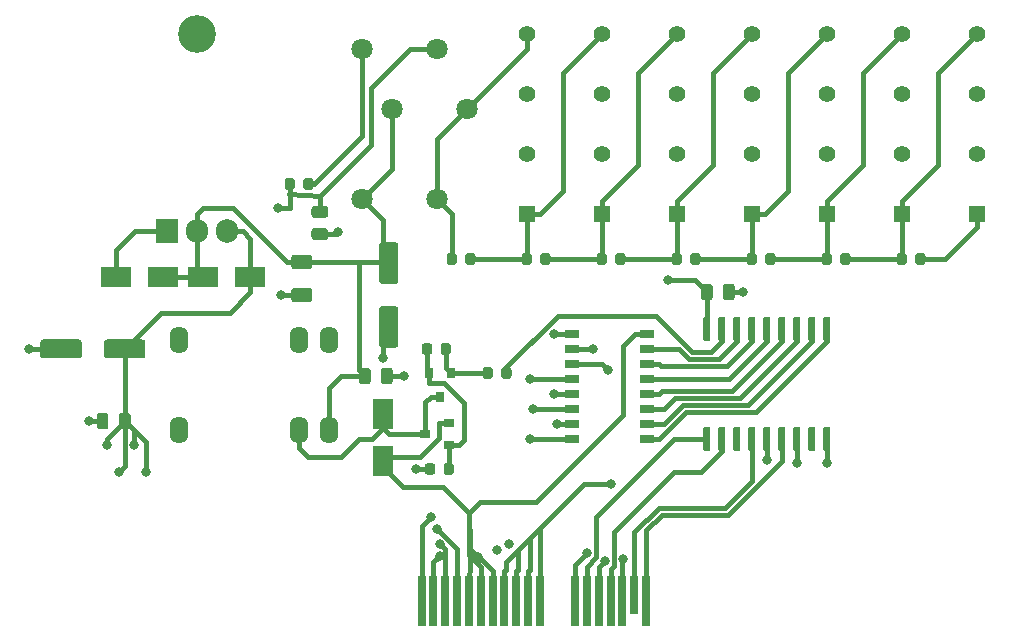
<source format=gbr>
G04 #@! TF.GenerationSoftware,KiCad,Pcbnew,(5.1.5)-3*
G04 #@! TF.CreationDate,2020-02-22T15:11:54-08:00*
G04 #@! TF.ProjectId,voltages,766f6c74-6167-4657-932e-6b696361645f,rev?*
G04 #@! TF.SameCoordinates,Original*
G04 #@! TF.FileFunction,Copper,L1,Top*
G04 #@! TF.FilePolarity,Positive*
%FSLAX46Y46*%
G04 Gerber Fmt 4.6, Leading zero omitted, Abs format (unit mm)*
G04 Created by KiCad (PCBNEW (5.1.5)-3) date 2020-02-22 15:11:54*
%MOMM*%
%LPD*%
G04 APERTURE LIST*
%ADD10R,1.800000X2.500000*%
%ADD11R,2.500000X1.800000*%
%ADD12C,0.100000*%
%ADD13O,1.600000X2.300000*%
%ADD14R,0.800000X0.900000*%
%ADD15R,0.900000X0.800000*%
%ADD16O,1.905000X2.000000*%
%ADD17R,1.905000X2.000000*%
%ADD18C,3.200000*%
%ADD19R,1.300000X0.800000*%
%ADD20C,1.800000*%
%ADD21R,1.400000X1.400000*%
%ADD22C,1.400000*%
%ADD23R,0.700000X4.300000*%
%ADD24R,0.700000X3.200000*%
%ADD25C,0.800000*%
%ADD26C,0.381000*%
G04 APERTURE END LIST*
D10*
X95758000Y-78072000D03*
X95758000Y-74072000D03*
D11*
X73184000Y-62484000D03*
X77184000Y-62484000D03*
X80550000Y-62484000D03*
X84550000Y-62484000D03*
G04 #@! TA.AperFunction,SMDPad,CuDef*
D12*
G36*
X101332191Y-68106053D02*
G01*
X101353426Y-68109203D01*
X101374250Y-68114419D01*
X101394462Y-68121651D01*
X101413868Y-68130830D01*
X101432281Y-68141866D01*
X101449524Y-68154654D01*
X101465430Y-68169070D01*
X101479846Y-68184976D01*
X101492634Y-68202219D01*
X101503670Y-68220632D01*
X101512849Y-68240038D01*
X101520081Y-68260250D01*
X101525297Y-68281074D01*
X101528447Y-68302309D01*
X101529500Y-68323750D01*
X101529500Y-68836250D01*
X101528447Y-68857691D01*
X101525297Y-68878926D01*
X101520081Y-68899750D01*
X101512849Y-68919962D01*
X101503670Y-68939368D01*
X101492634Y-68957781D01*
X101479846Y-68975024D01*
X101465430Y-68990930D01*
X101449524Y-69005346D01*
X101432281Y-69018134D01*
X101413868Y-69029170D01*
X101394462Y-69038349D01*
X101374250Y-69045581D01*
X101353426Y-69050797D01*
X101332191Y-69053947D01*
X101310750Y-69055000D01*
X100873250Y-69055000D01*
X100851809Y-69053947D01*
X100830574Y-69050797D01*
X100809750Y-69045581D01*
X100789538Y-69038349D01*
X100770132Y-69029170D01*
X100751719Y-69018134D01*
X100734476Y-69005346D01*
X100718570Y-68990930D01*
X100704154Y-68975024D01*
X100691366Y-68957781D01*
X100680330Y-68939368D01*
X100671151Y-68919962D01*
X100663919Y-68899750D01*
X100658703Y-68878926D01*
X100655553Y-68857691D01*
X100654500Y-68836250D01*
X100654500Y-68323750D01*
X100655553Y-68302309D01*
X100658703Y-68281074D01*
X100663919Y-68260250D01*
X100671151Y-68240038D01*
X100680330Y-68220632D01*
X100691366Y-68202219D01*
X100704154Y-68184976D01*
X100718570Y-68169070D01*
X100734476Y-68154654D01*
X100751719Y-68141866D01*
X100770132Y-68130830D01*
X100789538Y-68121651D01*
X100809750Y-68114419D01*
X100830574Y-68109203D01*
X100851809Y-68106053D01*
X100873250Y-68105000D01*
X101310750Y-68105000D01*
X101332191Y-68106053D01*
G37*
G04 #@! TD.AperFunction*
G04 #@! TA.AperFunction,SMDPad,CuDef*
G36*
X99757191Y-68106053D02*
G01*
X99778426Y-68109203D01*
X99799250Y-68114419D01*
X99819462Y-68121651D01*
X99838868Y-68130830D01*
X99857281Y-68141866D01*
X99874524Y-68154654D01*
X99890430Y-68169070D01*
X99904846Y-68184976D01*
X99917634Y-68202219D01*
X99928670Y-68220632D01*
X99937849Y-68240038D01*
X99945081Y-68260250D01*
X99950297Y-68281074D01*
X99953447Y-68302309D01*
X99954500Y-68323750D01*
X99954500Y-68836250D01*
X99953447Y-68857691D01*
X99950297Y-68878926D01*
X99945081Y-68899750D01*
X99937849Y-68919962D01*
X99928670Y-68939368D01*
X99917634Y-68957781D01*
X99904846Y-68975024D01*
X99890430Y-68990930D01*
X99874524Y-69005346D01*
X99857281Y-69018134D01*
X99838868Y-69029170D01*
X99819462Y-69038349D01*
X99799250Y-69045581D01*
X99778426Y-69050797D01*
X99757191Y-69053947D01*
X99735750Y-69055000D01*
X99298250Y-69055000D01*
X99276809Y-69053947D01*
X99255574Y-69050797D01*
X99234750Y-69045581D01*
X99214538Y-69038349D01*
X99195132Y-69029170D01*
X99176719Y-69018134D01*
X99159476Y-69005346D01*
X99143570Y-68990930D01*
X99129154Y-68975024D01*
X99116366Y-68957781D01*
X99105330Y-68939368D01*
X99096151Y-68919962D01*
X99088919Y-68899750D01*
X99083703Y-68878926D01*
X99080553Y-68857691D01*
X99079500Y-68836250D01*
X99079500Y-68323750D01*
X99080553Y-68302309D01*
X99083703Y-68281074D01*
X99088919Y-68260250D01*
X99096151Y-68240038D01*
X99105330Y-68220632D01*
X99116366Y-68202219D01*
X99129154Y-68184976D01*
X99143570Y-68169070D01*
X99159476Y-68154654D01*
X99176719Y-68141866D01*
X99195132Y-68130830D01*
X99214538Y-68121651D01*
X99234750Y-68114419D01*
X99255574Y-68109203D01*
X99276809Y-68106053D01*
X99298250Y-68105000D01*
X99735750Y-68105000D01*
X99757191Y-68106053D01*
G37*
G04 #@! TD.AperFunction*
D13*
X91186000Y-75438000D03*
X91186000Y-67818000D03*
X88646000Y-75438000D03*
X78486000Y-75438000D03*
X88646000Y-67818000D03*
X78486000Y-67818000D03*
D14*
X100584000Y-72644000D03*
X99634000Y-70644000D03*
X101534000Y-70644000D03*
D15*
X99346000Y-75758000D03*
X101346000Y-74808000D03*
X101346000Y-76708000D03*
G04 #@! TA.AperFunction,SMDPad,CuDef*
D12*
G36*
X101586191Y-78266053D02*
G01*
X101607426Y-78269203D01*
X101628250Y-78274419D01*
X101648462Y-78281651D01*
X101667868Y-78290830D01*
X101686281Y-78301866D01*
X101703524Y-78314654D01*
X101719430Y-78329070D01*
X101733846Y-78344976D01*
X101746634Y-78362219D01*
X101757670Y-78380632D01*
X101766849Y-78400038D01*
X101774081Y-78420250D01*
X101779297Y-78441074D01*
X101782447Y-78462309D01*
X101783500Y-78483750D01*
X101783500Y-78996250D01*
X101782447Y-79017691D01*
X101779297Y-79038926D01*
X101774081Y-79059750D01*
X101766849Y-79079962D01*
X101757670Y-79099368D01*
X101746634Y-79117781D01*
X101733846Y-79135024D01*
X101719430Y-79150930D01*
X101703524Y-79165346D01*
X101686281Y-79178134D01*
X101667868Y-79189170D01*
X101648462Y-79198349D01*
X101628250Y-79205581D01*
X101607426Y-79210797D01*
X101586191Y-79213947D01*
X101564750Y-79215000D01*
X101127250Y-79215000D01*
X101105809Y-79213947D01*
X101084574Y-79210797D01*
X101063750Y-79205581D01*
X101043538Y-79198349D01*
X101024132Y-79189170D01*
X101005719Y-79178134D01*
X100988476Y-79165346D01*
X100972570Y-79150930D01*
X100958154Y-79135024D01*
X100945366Y-79117781D01*
X100934330Y-79099368D01*
X100925151Y-79079962D01*
X100917919Y-79059750D01*
X100912703Y-79038926D01*
X100909553Y-79017691D01*
X100908500Y-78996250D01*
X100908500Y-78483750D01*
X100909553Y-78462309D01*
X100912703Y-78441074D01*
X100917919Y-78420250D01*
X100925151Y-78400038D01*
X100934330Y-78380632D01*
X100945366Y-78362219D01*
X100958154Y-78344976D01*
X100972570Y-78329070D01*
X100988476Y-78314654D01*
X101005719Y-78301866D01*
X101024132Y-78290830D01*
X101043538Y-78281651D01*
X101063750Y-78274419D01*
X101084574Y-78269203D01*
X101105809Y-78266053D01*
X101127250Y-78265000D01*
X101564750Y-78265000D01*
X101586191Y-78266053D01*
G37*
G04 #@! TD.AperFunction*
G04 #@! TA.AperFunction,SMDPad,CuDef*
G36*
X100011191Y-78266053D02*
G01*
X100032426Y-78269203D01*
X100053250Y-78274419D01*
X100073462Y-78281651D01*
X100092868Y-78290830D01*
X100111281Y-78301866D01*
X100128524Y-78314654D01*
X100144430Y-78329070D01*
X100158846Y-78344976D01*
X100171634Y-78362219D01*
X100182670Y-78380632D01*
X100191849Y-78400038D01*
X100199081Y-78420250D01*
X100204297Y-78441074D01*
X100207447Y-78462309D01*
X100208500Y-78483750D01*
X100208500Y-78996250D01*
X100207447Y-79017691D01*
X100204297Y-79038926D01*
X100199081Y-79059750D01*
X100191849Y-79079962D01*
X100182670Y-79099368D01*
X100171634Y-79117781D01*
X100158846Y-79135024D01*
X100144430Y-79150930D01*
X100128524Y-79165346D01*
X100111281Y-79178134D01*
X100092868Y-79189170D01*
X100073462Y-79198349D01*
X100053250Y-79205581D01*
X100032426Y-79210797D01*
X100011191Y-79213947D01*
X99989750Y-79215000D01*
X99552250Y-79215000D01*
X99530809Y-79213947D01*
X99509574Y-79210797D01*
X99488750Y-79205581D01*
X99468538Y-79198349D01*
X99449132Y-79189170D01*
X99430719Y-79178134D01*
X99413476Y-79165346D01*
X99397570Y-79150930D01*
X99383154Y-79135024D01*
X99370366Y-79117781D01*
X99359330Y-79099368D01*
X99350151Y-79079962D01*
X99342919Y-79059750D01*
X99337703Y-79038926D01*
X99334553Y-79017691D01*
X99333500Y-78996250D01*
X99333500Y-78483750D01*
X99334553Y-78462309D01*
X99337703Y-78441074D01*
X99342919Y-78420250D01*
X99350151Y-78400038D01*
X99359330Y-78380632D01*
X99370366Y-78362219D01*
X99383154Y-78344976D01*
X99397570Y-78329070D01*
X99413476Y-78314654D01*
X99430719Y-78301866D01*
X99449132Y-78290830D01*
X99468538Y-78281651D01*
X99488750Y-78274419D01*
X99509574Y-78269203D01*
X99530809Y-78266053D01*
X99552250Y-78265000D01*
X99989750Y-78265000D01*
X100011191Y-78266053D01*
G37*
G04 #@! TD.AperFunction*
D16*
X82550000Y-58570000D03*
X80010000Y-58570000D03*
D17*
X77470000Y-58570000D03*
D18*
X80010000Y-41910000D03*
D19*
X111810000Y-76210000D03*
X111810000Y-74930000D03*
X111810000Y-73670000D03*
X111810000Y-72400000D03*
X111810000Y-71120000D03*
X111810000Y-69850000D03*
X111810000Y-68590000D03*
X111810000Y-67310000D03*
X118110000Y-67310000D03*
X118110000Y-68590000D03*
X118110000Y-69850000D03*
X118110000Y-71120000D03*
X118110000Y-72400000D03*
X118110000Y-73670000D03*
X118110000Y-74930000D03*
X118110000Y-76210000D03*
G04 #@! TA.AperFunction,SMDPad,CuDef*
D12*
G36*
X123354703Y-65875722D02*
G01*
X123369264Y-65877882D01*
X123383543Y-65881459D01*
X123397403Y-65886418D01*
X123410710Y-65892712D01*
X123423336Y-65900280D01*
X123435159Y-65909048D01*
X123446066Y-65918934D01*
X123455952Y-65929841D01*
X123464720Y-65941664D01*
X123472288Y-65954290D01*
X123478582Y-65967597D01*
X123483541Y-65981457D01*
X123487118Y-65995736D01*
X123489278Y-66010297D01*
X123490000Y-66025000D01*
X123490000Y-67775000D01*
X123489278Y-67789703D01*
X123487118Y-67804264D01*
X123483541Y-67818543D01*
X123478582Y-67832403D01*
X123472288Y-67845710D01*
X123464720Y-67858336D01*
X123455952Y-67870159D01*
X123446066Y-67881066D01*
X123435159Y-67890952D01*
X123423336Y-67899720D01*
X123410710Y-67907288D01*
X123397403Y-67913582D01*
X123383543Y-67918541D01*
X123369264Y-67922118D01*
X123354703Y-67924278D01*
X123340000Y-67925000D01*
X123040000Y-67925000D01*
X123025297Y-67924278D01*
X123010736Y-67922118D01*
X122996457Y-67918541D01*
X122982597Y-67913582D01*
X122969290Y-67907288D01*
X122956664Y-67899720D01*
X122944841Y-67890952D01*
X122933934Y-67881066D01*
X122924048Y-67870159D01*
X122915280Y-67858336D01*
X122907712Y-67845710D01*
X122901418Y-67832403D01*
X122896459Y-67818543D01*
X122892882Y-67804264D01*
X122890722Y-67789703D01*
X122890000Y-67775000D01*
X122890000Y-66025000D01*
X122890722Y-66010297D01*
X122892882Y-65995736D01*
X122896459Y-65981457D01*
X122901418Y-65967597D01*
X122907712Y-65954290D01*
X122915280Y-65941664D01*
X122924048Y-65929841D01*
X122933934Y-65918934D01*
X122944841Y-65909048D01*
X122956664Y-65900280D01*
X122969290Y-65892712D01*
X122982597Y-65886418D01*
X122996457Y-65881459D01*
X123010736Y-65877882D01*
X123025297Y-65875722D01*
X123040000Y-65875000D01*
X123340000Y-65875000D01*
X123354703Y-65875722D01*
G37*
G04 #@! TD.AperFunction*
G04 #@! TA.AperFunction,SMDPad,CuDef*
G36*
X124624703Y-65875722D02*
G01*
X124639264Y-65877882D01*
X124653543Y-65881459D01*
X124667403Y-65886418D01*
X124680710Y-65892712D01*
X124693336Y-65900280D01*
X124705159Y-65909048D01*
X124716066Y-65918934D01*
X124725952Y-65929841D01*
X124734720Y-65941664D01*
X124742288Y-65954290D01*
X124748582Y-65967597D01*
X124753541Y-65981457D01*
X124757118Y-65995736D01*
X124759278Y-66010297D01*
X124760000Y-66025000D01*
X124760000Y-67775000D01*
X124759278Y-67789703D01*
X124757118Y-67804264D01*
X124753541Y-67818543D01*
X124748582Y-67832403D01*
X124742288Y-67845710D01*
X124734720Y-67858336D01*
X124725952Y-67870159D01*
X124716066Y-67881066D01*
X124705159Y-67890952D01*
X124693336Y-67899720D01*
X124680710Y-67907288D01*
X124667403Y-67913582D01*
X124653543Y-67918541D01*
X124639264Y-67922118D01*
X124624703Y-67924278D01*
X124610000Y-67925000D01*
X124310000Y-67925000D01*
X124295297Y-67924278D01*
X124280736Y-67922118D01*
X124266457Y-67918541D01*
X124252597Y-67913582D01*
X124239290Y-67907288D01*
X124226664Y-67899720D01*
X124214841Y-67890952D01*
X124203934Y-67881066D01*
X124194048Y-67870159D01*
X124185280Y-67858336D01*
X124177712Y-67845710D01*
X124171418Y-67832403D01*
X124166459Y-67818543D01*
X124162882Y-67804264D01*
X124160722Y-67789703D01*
X124160000Y-67775000D01*
X124160000Y-66025000D01*
X124160722Y-66010297D01*
X124162882Y-65995736D01*
X124166459Y-65981457D01*
X124171418Y-65967597D01*
X124177712Y-65954290D01*
X124185280Y-65941664D01*
X124194048Y-65929841D01*
X124203934Y-65918934D01*
X124214841Y-65909048D01*
X124226664Y-65900280D01*
X124239290Y-65892712D01*
X124252597Y-65886418D01*
X124266457Y-65881459D01*
X124280736Y-65877882D01*
X124295297Y-65875722D01*
X124310000Y-65875000D01*
X124610000Y-65875000D01*
X124624703Y-65875722D01*
G37*
G04 #@! TD.AperFunction*
G04 #@! TA.AperFunction,SMDPad,CuDef*
G36*
X125894703Y-65875722D02*
G01*
X125909264Y-65877882D01*
X125923543Y-65881459D01*
X125937403Y-65886418D01*
X125950710Y-65892712D01*
X125963336Y-65900280D01*
X125975159Y-65909048D01*
X125986066Y-65918934D01*
X125995952Y-65929841D01*
X126004720Y-65941664D01*
X126012288Y-65954290D01*
X126018582Y-65967597D01*
X126023541Y-65981457D01*
X126027118Y-65995736D01*
X126029278Y-66010297D01*
X126030000Y-66025000D01*
X126030000Y-67775000D01*
X126029278Y-67789703D01*
X126027118Y-67804264D01*
X126023541Y-67818543D01*
X126018582Y-67832403D01*
X126012288Y-67845710D01*
X126004720Y-67858336D01*
X125995952Y-67870159D01*
X125986066Y-67881066D01*
X125975159Y-67890952D01*
X125963336Y-67899720D01*
X125950710Y-67907288D01*
X125937403Y-67913582D01*
X125923543Y-67918541D01*
X125909264Y-67922118D01*
X125894703Y-67924278D01*
X125880000Y-67925000D01*
X125580000Y-67925000D01*
X125565297Y-67924278D01*
X125550736Y-67922118D01*
X125536457Y-67918541D01*
X125522597Y-67913582D01*
X125509290Y-67907288D01*
X125496664Y-67899720D01*
X125484841Y-67890952D01*
X125473934Y-67881066D01*
X125464048Y-67870159D01*
X125455280Y-67858336D01*
X125447712Y-67845710D01*
X125441418Y-67832403D01*
X125436459Y-67818543D01*
X125432882Y-67804264D01*
X125430722Y-67789703D01*
X125430000Y-67775000D01*
X125430000Y-66025000D01*
X125430722Y-66010297D01*
X125432882Y-65995736D01*
X125436459Y-65981457D01*
X125441418Y-65967597D01*
X125447712Y-65954290D01*
X125455280Y-65941664D01*
X125464048Y-65929841D01*
X125473934Y-65918934D01*
X125484841Y-65909048D01*
X125496664Y-65900280D01*
X125509290Y-65892712D01*
X125522597Y-65886418D01*
X125536457Y-65881459D01*
X125550736Y-65877882D01*
X125565297Y-65875722D01*
X125580000Y-65875000D01*
X125880000Y-65875000D01*
X125894703Y-65875722D01*
G37*
G04 #@! TD.AperFunction*
G04 #@! TA.AperFunction,SMDPad,CuDef*
G36*
X127164703Y-65875722D02*
G01*
X127179264Y-65877882D01*
X127193543Y-65881459D01*
X127207403Y-65886418D01*
X127220710Y-65892712D01*
X127233336Y-65900280D01*
X127245159Y-65909048D01*
X127256066Y-65918934D01*
X127265952Y-65929841D01*
X127274720Y-65941664D01*
X127282288Y-65954290D01*
X127288582Y-65967597D01*
X127293541Y-65981457D01*
X127297118Y-65995736D01*
X127299278Y-66010297D01*
X127300000Y-66025000D01*
X127300000Y-67775000D01*
X127299278Y-67789703D01*
X127297118Y-67804264D01*
X127293541Y-67818543D01*
X127288582Y-67832403D01*
X127282288Y-67845710D01*
X127274720Y-67858336D01*
X127265952Y-67870159D01*
X127256066Y-67881066D01*
X127245159Y-67890952D01*
X127233336Y-67899720D01*
X127220710Y-67907288D01*
X127207403Y-67913582D01*
X127193543Y-67918541D01*
X127179264Y-67922118D01*
X127164703Y-67924278D01*
X127150000Y-67925000D01*
X126850000Y-67925000D01*
X126835297Y-67924278D01*
X126820736Y-67922118D01*
X126806457Y-67918541D01*
X126792597Y-67913582D01*
X126779290Y-67907288D01*
X126766664Y-67899720D01*
X126754841Y-67890952D01*
X126743934Y-67881066D01*
X126734048Y-67870159D01*
X126725280Y-67858336D01*
X126717712Y-67845710D01*
X126711418Y-67832403D01*
X126706459Y-67818543D01*
X126702882Y-67804264D01*
X126700722Y-67789703D01*
X126700000Y-67775000D01*
X126700000Y-66025000D01*
X126700722Y-66010297D01*
X126702882Y-65995736D01*
X126706459Y-65981457D01*
X126711418Y-65967597D01*
X126717712Y-65954290D01*
X126725280Y-65941664D01*
X126734048Y-65929841D01*
X126743934Y-65918934D01*
X126754841Y-65909048D01*
X126766664Y-65900280D01*
X126779290Y-65892712D01*
X126792597Y-65886418D01*
X126806457Y-65881459D01*
X126820736Y-65877882D01*
X126835297Y-65875722D01*
X126850000Y-65875000D01*
X127150000Y-65875000D01*
X127164703Y-65875722D01*
G37*
G04 #@! TD.AperFunction*
G04 #@! TA.AperFunction,SMDPad,CuDef*
G36*
X128434703Y-65875722D02*
G01*
X128449264Y-65877882D01*
X128463543Y-65881459D01*
X128477403Y-65886418D01*
X128490710Y-65892712D01*
X128503336Y-65900280D01*
X128515159Y-65909048D01*
X128526066Y-65918934D01*
X128535952Y-65929841D01*
X128544720Y-65941664D01*
X128552288Y-65954290D01*
X128558582Y-65967597D01*
X128563541Y-65981457D01*
X128567118Y-65995736D01*
X128569278Y-66010297D01*
X128570000Y-66025000D01*
X128570000Y-67775000D01*
X128569278Y-67789703D01*
X128567118Y-67804264D01*
X128563541Y-67818543D01*
X128558582Y-67832403D01*
X128552288Y-67845710D01*
X128544720Y-67858336D01*
X128535952Y-67870159D01*
X128526066Y-67881066D01*
X128515159Y-67890952D01*
X128503336Y-67899720D01*
X128490710Y-67907288D01*
X128477403Y-67913582D01*
X128463543Y-67918541D01*
X128449264Y-67922118D01*
X128434703Y-67924278D01*
X128420000Y-67925000D01*
X128120000Y-67925000D01*
X128105297Y-67924278D01*
X128090736Y-67922118D01*
X128076457Y-67918541D01*
X128062597Y-67913582D01*
X128049290Y-67907288D01*
X128036664Y-67899720D01*
X128024841Y-67890952D01*
X128013934Y-67881066D01*
X128004048Y-67870159D01*
X127995280Y-67858336D01*
X127987712Y-67845710D01*
X127981418Y-67832403D01*
X127976459Y-67818543D01*
X127972882Y-67804264D01*
X127970722Y-67789703D01*
X127970000Y-67775000D01*
X127970000Y-66025000D01*
X127970722Y-66010297D01*
X127972882Y-65995736D01*
X127976459Y-65981457D01*
X127981418Y-65967597D01*
X127987712Y-65954290D01*
X127995280Y-65941664D01*
X128004048Y-65929841D01*
X128013934Y-65918934D01*
X128024841Y-65909048D01*
X128036664Y-65900280D01*
X128049290Y-65892712D01*
X128062597Y-65886418D01*
X128076457Y-65881459D01*
X128090736Y-65877882D01*
X128105297Y-65875722D01*
X128120000Y-65875000D01*
X128420000Y-65875000D01*
X128434703Y-65875722D01*
G37*
G04 #@! TD.AperFunction*
G04 #@! TA.AperFunction,SMDPad,CuDef*
G36*
X129704703Y-65875722D02*
G01*
X129719264Y-65877882D01*
X129733543Y-65881459D01*
X129747403Y-65886418D01*
X129760710Y-65892712D01*
X129773336Y-65900280D01*
X129785159Y-65909048D01*
X129796066Y-65918934D01*
X129805952Y-65929841D01*
X129814720Y-65941664D01*
X129822288Y-65954290D01*
X129828582Y-65967597D01*
X129833541Y-65981457D01*
X129837118Y-65995736D01*
X129839278Y-66010297D01*
X129840000Y-66025000D01*
X129840000Y-67775000D01*
X129839278Y-67789703D01*
X129837118Y-67804264D01*
X129833541Y-67818543D01*
X129828582Y-67832403D01*
X129822288Y-67845710D01*
X129814720Y-67858336D01*
X129805952Y-67870159D01*
X129796066Y-67881066D01*
X129785159Y-67890952D01*
X129773336Y-67899720D01*
X129760710Y-67907288D01*
X129747403Y-67913582D01*
X129733543Y-67918541D01*
X129719264Y-67922118D01*
X129704703Y-67924278D01*
X129690000Y-67925000D01*
X129390000Y-67925000D01*
X129375297Y-67924278D01*
X129360736Y-67922118D01*
X129346457Y-67918541D01*
X129332597Y-67913582D01*
X129319290Y-67907288D01*
X129306664Y-67899720D01*
X129294841Y-67890952D01*
X129283934Y-67881066D01*
X129274048Y-67870159D01*
X129265280Y-67858336D01*
X129257712Y-67845710D01*
X129251418Y-67832403D01*
X129246459Y-67818543D01*
X129242882Y-67804264D01*
X129240722Y-67789703D01*
X129240000Y-67775000D01*
X129240000Y-66025000D01*
X129240722Y-66010297D01*
X129242882Y-65995736D01*
X129246459Y-65981457D01*
X129251418Y-65967597D01*
X129257712Y-65954290D01*
X129265280Y-65941664D01*
X129274048Y-65929841D01*
X129283934Y-65918934D01*
X129294841Y-65909048D01*
X129306664Y-65900280D01*
X129319290Y-65892712D01*
X129332597Y-65886418D01*
X129346457Y-65881459D01*
X129360736Y-65877882D01*
X129375297Y-65875722D01*
X129390000Y-65875000D01*
X129690000Y-65875000D01*
X129704703Y-65875722D01*
G37*
G04 #@! TD.AperFunction*
G04 #@! TA.AperFunction,SMDPad,CuDef*
G36*
X130974703Y-65875722D02*
G01*
X130989264Y-65877882D01*
X131003543Y-65881459D01*
X131017403Y-65886418D01*
X131030710Y-65892712D01*
X131043336Y-65900280D01*
X131055159Y-65909048D01*
X131066066Y-65918934D01*
X131075952Y-65929841D01*
X131084720Y-65941664D01*
X131092288Y-65954290D01*
X131098582Y-65967597D01*
X131103541Y-65981457D01*
X131107118Y-65995736D01*
X131109278Y-66010297D01*
X131110000Y-66025000D01*
X131110000Y-67775000D01*
X131109278Y-67789703D01*
X131107118Y-67804264D01*
X131103541Y-67818543D01*
X131098582Y-67832403D01*
X131092288Y-67845710D01*
X131084720Y-67858336D01*
X131075952Y-67870159D01*
X131066066Y-67881066D01*
X131055159Y-67890952D01*
X131043336Y-67899720D01*
X131030710Y-67907288D01*
X131017403Y-67913582D01*
X131003543Y-67918541D01*
X130989264Y-67922118D01*
X130974703Y-67924278D01*
X130960000Y-67925000D01*
X130660000Y-67925000D01*
X130645297Y-67924278D01*
X130630736Y-67922118D01*
X130616457Y-67918541D01*
X130602597Y-67913582D01*
X130589290Y-67907288D01*
X130576664Y-67899720D01*
X130564841Y-67890952D01*
X130553934Y-67881066D01*
X130544048Y-67870159D01*
X130535280Y-67858336D01*
X130527712Y-67845710D01*
X130521418Y-67832403D01*
X130516459Y-67818543D01*
X130512882Y-67804264D01*
X130510722Y-67789703D01*
X130510000Y-67775000D01*
X130510000Y-66025000D01*
X130510722Y-66010297D01*
X130512882Y-65995736D01*
X130516459Y-65981457D01*
X130521418Y-65967597D01*
X130527712Y-65954290D01*
X130535280Y-65941664D01*
X130544048Y-65929841D01*
X130553934Y-65918934D01*
X130564841Y-65909048D01*
X130576664Y-65900280D01*
X130589290Y-65892712D01*
X130602597Y-65886418D01*
X130616457Y-65881459D01*
X130630736Y-65877882D01*
X130645297Y-65875722D01*
X130660000Y-65875000D01*
X130960000Y-65875000D01*
X130974703Y-65875722D01*
G37*
G04 #@! TD.AperFunction*
G04 #@! TA.AperFunction,SMDPad,CuDef*
G36*
X132244703Y-65875722D02*
G01*
X132259264Y-65877882D01*
X132273543Y-65881459D01*
X132287403Y-65886418D01*
X132300710Y-65892712D01*
X132313336Y-65900280D01*
X132325159Y-65909048D01*
X132336066Y-65918934D01*
X132345952Y-65929841D01*
X132354720Y-65941664D01*
X132362288Y-65954290D01*
X132368582Y-65967597D01*
X132373541Y-65981457D01*
X132377118Y-65995736D01*
X132379278Y-66010297D01*
X132380000Y-66025000D01*
X132380000Y-67775000D01*
X132379278Y-67789703D01*
X132377118Y-67804264D01*
X132373541Y-67818543D01*
X132368582Y-67832403D01*
X132362288Y-67845710D01*
X132354720Y-67858336D01*
X132345952Y-67870159D01*
X132336066Y-67881066D01*
X132325159Y-67890952D01*
X132313336Y-67899720D01*
X132300710Y-67907288D01*
X132287403Y-67913582D01*
X132273543Y-67918541D01*
X132259264Y-67922118D01*
X132244703Y-67924278D01*
X132230000Y-67925000D01*
X131930000Y-67925000D01*
X131915297Y-67924278D01*
X131900736Y-67922118D01*
X131886457Y-67918541D01*
X131872597Y-67913582D01*
X131859290Y-67907288D01*
X131846664Y-67899720D01*
X131834841Y-67890952D01*
X131823934Y-67881066D01*
X131814048Y-67870159D01*
X131805280Y-67858336D01*
X131797712Y-67845710D01*
X131791418Y-67832403D01*
X131786459Y-67818543D01*
X131782882Y-67804264D01*
X131780722Y-67789703D01*
X131780000Y-67775000D01*
X131780000Y-66025000D01*
X131780722Y-66010297D01*
X131782882Y-65995736D01*
X131786459Y-65981457D01*
X131791418Y-65967597D01*
X131797712Y-65954290D01*
X131805280Y-65941664D01*
X131814048Y-65929841D01*
X131823934Y-65918934D01*
X131834841Y-65909048D01*
X131846664Y-65900280D01*
X131859290Y-65892712D01*
X131872597Y-65886418D01*
X131886457Y-65881459D01*
X131900736Y-65877882D01*
X131915297Y-65875722D01*
X131930000Y-65875000D01*
X132230000Y-65875000D01*
X132244703Y-65875722D01*
G37*
G04 #@! TD.AperFunction*
G04 #@! TA.AperFunction,SMDPad,CuDef*
G36*
X133514703Y-65875722D02*
G01*
X133529264Y-65877882D01*
X133543543Y-65881459D01*
X133557403Y-65886418D01*
X133570710Y-65892712D01*
X133583336Y-65900280D01*
X133595159Y-65909048D01*
X133606066Y-65918934D01*
X133615952Y-65929841D01*
X133624720Y-65941664D01*
X133632288Y-65954290D01*
X133638582Y-65967597D01*
X133643541Y-65981457D01*
X133647118Y-65995736D01*
X133649278Y-66010297D01*
X133650000Y-66025000D01*
X133650000Y-67775000D01*
X133649278Y-67789703D01*
X133647118Y-67804264D01*
X133643541Y-67818543D01*
X133638582Y-67832403D01*
X133632288Y-67845710D01*
X133624720Y-67858336D01*
X133615952Y-67870159D01*
X133606066Y-67881066D01*
X133595159Y-67890952D01*
X133583336Y-67899720D01*
X133570710Y-67907288D01*
X133557403Y-67913582D01*
X133543543Y-67918541D01*
X133529264Y-67922118D01*
X133514703Y-67924278D01*
X133500000Y-67925000D01*
X133200000Y-67925000D01*
X133185297Y-67924278D01*
X133170736Y-67922118D01*
X133156457Y-67918541D01*
X133142597Y-67913582D01*
X133129290Y-67907288D01*
X133116664Y-67899720D01*
X133104841Y-67890952D01*
X133093934Y-67881066D01*
X133084048Y-67870159D01*
X133075280Y-67858336D01*
X133067712Y-67845710D01*
X133061418Y-67832403D01*
X133056459Y-67818543D01*
X133052882Y-67804264D01*
X133050722Y-67789703D01*
X133050000Y-67775000D01*
X133050000Y-66025000D01*
X133050722Y-66010297D01*
X133052882Y-65995736D01*
X133056459Y-65981457D01*
X133061418Y-65967597D01*
X133067712Y-65954290D01*
X133075280Y-65941664D01*
X133084048Y-65929841D01*
X133093934Y-65918934D01*
X133104841Y-65909048D01*
X133116664Y-65900280D01*
X133129290Y-65892712D01*
X133142597Y-65886418D01*
X133156457Y-65881459D01*
X133170736Y-65877882D01*
X133185297Y-65875722D01*
X133200000Y-65875000D01*
X133500000Y-65875000D01*
X133514703Y-65875722D01*
G37*
G04 #@! TD.AperFunction*
G04 #@! TA.AperFunction,SMDPad,CuDef*
G36*
X133514703Y-75175722D02*
G01*
X133529264Y-75177882D01*
X133543543Y-75181459D01*
X133557403Y-75186418D01*
X133570710Y-75192712D01*
X133583336Y-75200280D01*
X133595159Y-75209048D01*
X133606066Y-75218934D01*
X133615952Y-75229841D01*
X133624720Y-75241664D01*
X133632288Y-75254290D01*
X133638582Y-75267597D01*
X133643541Y-75281457D01*
X133647118Y-75295736D01*
X133649278Y-75310297D01*
X133650000Y-75325000D01*
X133650000Y-77075000D01*
X133649278Y-77089703D01*
X133647118Y-77104264D01*
X133643541Y-77118543D01*
X133638582Y-77132403D01*
X133632288Y-77145710D01*
X133624720Y-77158336D01*
X133615952Y-77170159D01*
X133606066Y-77181066D01*
X133595159Y-77190952D01*
X133583336Y-77199720D01*
X133570710Y-77207288D01*
X133557403Y-77213582D01*
X133543543Y-77218541D01*
X133529264Y-77222118D01*
X133514703Y-77224278D01*
X133500000Y-77225000D01*
X133200000Y-77225000D01*
X133185297Y-77224278D01*
X133170736Y-77222118D01*
X133156457Y-77218541D01*
X133142597Y-77213582D01*
X133129290Y-77207288D01*
X133116664Y-77199720D01*
X133104841Y-77190952D01*
X133093934Y-77181066D01*
X133084048Y-77170159D01*
X133075280Y-77158336D01*
X133067712Y-77145710D01*
X133061418Y-77132403D01*
X133056459Y-77118543D01*
X133052882Y-77104264D01*
X133050722Y-77089703D01*
X133050000Y-77075000D01*
X133050000Y-75325000D01*
X133050722Y-75310297D01*
X133052882Y-75295736D01*
X133056459Y-75281457D01*
X133061418Y-75267597D01*
X133067712Y-75254290D01*
X133075280Y-75241664D01*
X133084048Y-75229841D01*
X133093934Y-75218934D01*
X133104841Y-75209048D01*
X133116664Y-75200280D01*
X133129290Y-75192712D01*
X133142597Y-75186418D01*
X133156457Y-75181459D01*
X133170736Y-75177882D01*
X133185297Y-75175722D01*
X133200000Y-75175000D01*
X133500000Y-75175000D01*
X133514703Y-75175722D01*
G37*
G04 #@! TD.AperFunction*
G04 #@! TA.AperFunction,SMDPad,CuDef*
G36*
X132244703Y-75175722D02*
G01*
X132259264Y-75177882D01*
X132273543Y-75181459D01*
X132287403Y-75186418D01*
X132300710Y-75192712D01*
X132313336Y-75200280D01*
X132325159Y-75209048D01*
X132336066Y-75218934D01*
X132345952Y-75229841D01*
X132354720Y-75241664D01*
X132362288Y-75254290D01*
X132368582Y-75267597D01*
X132373541Y-75281457D01*
X132377118Y-75295736D01*
X132379278Y-75310297D01*
X132380000Y-75325000D01*
X132380000Y-77075000D01*
X132379278Y-77089703D01*
X132377118Y-77104264D01*
X132373541Y-77118543D01*
X132368582Y-77132403D01*
X132362288Y-77145710D01*
X132354720Y-77158336D01*
X132345952Y-77170159D01*
X132336066Y-77181066D01*
X132325159Y-77190952D01*
X132313336Y-77199720D01*
X132300710Y-77207288D01*
X132287403Y-77213582D01*
X132273543Y-77218541D01*
X132259264Y-77222118D01*
X132244703Y-77224278D01*
X132230000Y-77225000D01*
X131930000Y-77225000D01*
X131915297Y-77224278D01*
X131900736Y-77222118D01*
X131886457Y-77218541D01*
X131872597Y-77213582D01*
X131859290Y-77207288D01*
X131846664Y-77199720D01*
X131834841Y-77190952D01*
X131823934Y-77181066D01*
X131814048Y-77170159D01*
X131805280Y-77158336D01*
X131797712Y-77145710D01*
X131791418Y-77132403D01*
X131786459Y-77118543D01*
X131782882Y-77104264D01*
X131780722Y-77089703D01*
X131780000Y-77075000D01*
X131780000Y-75325000D01*
X131780722Y-75310297D01*
X131782882Y-75295736D01*
X131786459Y-75281457D01*
X131791418Y-75267597D01*
X131797712Y-75254290D01*
X131805280Y-75241664D01*
X131814048Y-75229841D01*
X131823934Y-75218934D01*
X131834841Y-75209048D01*
X131846664Y-75200280D01*
X131859290Y-75192712D01*
X131872597Y-75186418D01*
X131886457Y-75181459D01*
X131900736Y-75177882D01*
X131915297Y-75175722D01*
X131930000Y-75175000D01*
X132230000Y-75175000D01*
X132244703Y-75175722D01*
G37*
G04 #@! TD.AperFunction*
G04 #@! TA.AperFunction,SMDPad,CuDef*
G36*
X130974703Y-75175722D02*
G01*
X130989264Y-75177882D01*
X131003543Y-75181459D01*
X131017403Y-75186418D01*
X131030710Y-75192712D01*
X131043336Y-75200280D01*
X131055159Y-75209048D01*
X131066066Y-75218934D01*
X131075952Y-75229841D01*
X131084720Y-75241664D01*
X131092288Y-75254290D01*
X131098582Y-75267597D01*
X131103541Y-75281457D01*
X131107118Y-75295736D01*
X131109278Y-75310297D01*
X131110000Y-75325000D01*
X131110000Y-77075000D01*
X131109278Y-77089703D01*
X131107118Y-77104264D01*
X131103541Y-77118543D01*
X131098582Y-77132403D01*
X131092288Y-77145710D01*
X131084720Y-77158336D01*
X131075952Y-77170159D01*
X131066066Y-77181066D01*
X131055159Y-77190952D01*
X131043336Y-77199720D01*
X131030710Y-77207288D01*
X131017403Y-77213582D01*
X131003543Y-77218541D01*
X130989264Y-77222118D01*
X130974703Y-77224278D01*
X130960000Y-77225000D01*
X130660000Y-77225000D01*
X130645297Y-77224278D01*
X130630736Y-77222118D01*
X130616457Y-77218541D01*
X130602597Y-77213582D01*
X130589290Y-77207288D01*
X130576664Y-77199720D01*
X130564841Y-77190952D01*
X130553934Y-77181066D01*
X130544048Y-77170159D01*
X130535280Y-77158336D01*
X130527712Y-77145710D01*
X130521418Y-77132403D01*
X130516459Y-77118543D01*
X130512882Y-77104264D01*
X130510722Y-77089703D01*
X130510000Y-77075000D01*
X130510000Y-75325000D01*
X130510722Y-75310297D01*
X130512882Y-75295736D01*
X130516459Y-75281457D01*
X130521418Y-75267597D01*
X130527712Y-75254290D01*
X130535280Y-75241664D01*
X130544048Y-75229841D01*
X130553934Y-75218934D01*
X130564841Y-75209048D01*
X130576664Y-75200280D01*
X130589290Y-75192712D01*
X130602597Y-75186418D01*
X130616457Y-75181459D01*
X130630736Y-75177882D01*
X130645297Y-75175722D01*
X130660000Y-75175000D01*
X130960000Y-75175000D01*
X130974703Y-75175722D01*
G37*
G04 #@! TD.AperFunction*
G04 #@! TA.AperFunction,SMDPad,CuDef*
G36*
X129704703Y-75175722D02*
G01*
X129719264Y-75177882D01*
X129733543Y-75181459D01*
X129747403Y-75186418D01*
X129760710Y-75192712D01*
X129773336Y-75200280D01*
X129785159Y-75209048D01*
X129796066Y-75218934D01*
X129805952Y-75229841D01*
X129814720Y-75241664D01*
X129822288Y-75254290D01*
X129828582Y-75267597D01*
X129833541Y-75281457D01*
X129837118Y-75295736D01*
X129839278Y-75310297D01*
X129840000Y-75325000D01*
X129840000Y-77075000D01*
X129839278Y-77089703D01*
X129837118Y-77104264D01*
X129833541Y-77118543D01*
X129828582Y-77132403D01*
X129822288Y-77145710D01*
X129814720Y-77158336D01*
X129805952Y-77170159D01*
X129796066Y-77181066D01*
X129785159Y-77190952D01*
X129773336Y-77199720D01*
X129760710Y-77207288D01*
X129747403Y-77213582D01*
X129733543Y-77218541D01*
X129719264Y-77222118D01*
X129704703Y-77224278D01*
X129690000Y-77225000D01*
X129390000Y-77225000D01*
X129375297Y-77224278D01*
X129360736Y-77222118D01*
X129346457Y-77218541D01*
X129332597Y-77213582D01*
X129319290Y-77207288D01*
X129306664Y-77199720D01*
X129294841Y-77190952D01*
X129283934Y-77181066D01*
X129274048Y-77170159D01*
X129265280Y-77158336D01*
X129257712Y-77145710D01*
X129251418Y-77132403D01*
X129246459Y-77118543D01*
X129242882Y-77104264D01*
X129240722Y-77089703D01*
X129240000Y-77075000D01*
X129240000Y-75325000D01*
X129240722Y-75310297D01*
X129242882Y-75295736D01*
X129246459Y-75281457D01*
X129251418Y-75267597D01*
X129257712Y-75254290D01*
X129265280Y-75241664D01*
X129274048Y-75229841D01*
X129283934Y-75218934D01*
X129294841Y-75209048D01*
X129306664Y-75200280D01*
X129319290Y-75192712D01*
X129332597Y-75186418D01*
X129346457Y-75181459D01*
X129360736Y-75177882D01*
X129375297Y-75175722D01*
X129390000Y-75175000D01*
X129690000Y-75175000D01*
X129704703Y-75175722D01*
G37*
G04 #@! TD.AperFunction*
G04 #@! TA.AperFunction,SMDPad,CuDef*
G36*
X128434703Y-75175722D02*
G01*
X128449264Y-75177882D01*
X128463543Y-75181459D01*
X128477403Y-75186418D01*
X128490710Y-75192712D01*
X128503336Y-75200280D01*
X128515159Y-75209048D01*
X128526066Y-75218934D01*
X128535952Y-75229841D01*
X128544720Y-75241664D01*
X128552288Y-75254290D01*
X128558582Y-75267597D01*
X128563541Y-75281457D01*
X128567118Y-75295736D01*
X128569278Y-75310297D01*
X128570000Y-75325000D01*
X128570000Y-77075000D01*
X128569278Y-77089703D01*
X128567118Y-77104264D01*
X128563541Y-77118543D01*
X128558582Y-77132403D01*
X128552288Y-77145710D01*
X128544720Y-77158336D01*
X128535952Y-77170159D01*
X128526066Y-77181066D01*
X128515159Y-77190952D01*
X128503336Y-77199720D01*
X128490710Y-77207288D01*
X128477403Y-77213582D01*
X128463543Y-77218541D01*
X128449264Y-77222118D01*
X128434703Y-77224278D01*
X128420000Y-77225000D01*
X128120000Y-77225000D01*
X128105297Y-77224278D01*
X128090736Y-77222118D01*
X128076457Y-77218541D01*
X128062597Y-77213582D01*
X128049290Y-77207288D01*
X128036664Y-77199720D01*
X128024841Y-77190952D01*
X128013934Y-77181066D01*
X128004048Y-77170159D01*
X127995280Y-77158336D01*
X127987712Y-77145710D01*
X127981418Y-77132403D01*
X127976459Y-77118543D01*
X127972882Y-77104264D01*
X127970722Y-77089703D01*
X127970000Y-77075000D01*
X127970000Y-75325000D01*
X127970722Y-75310297D01*
X127972882Y-75295736D01*
X127976459Y-75281457D01*
X127981418Y-75267597D01*
X127987712Y-75254290D01*
X127995280Y-75241664D01*
X128004048Y-75229841D01*
X128013934Y-75218934D01*
X128024841Y-75209048D01*
X128036664Y-75200280D01*
X128049290Y-75192712D01*
X128062597Y-75186418D01*
X128076457Y-75181459D01*
X128090736Y-75177882D01*
X128105297Y-75175722D01*
X128120000Y-75175000D01*
X128420000Y-75175000D01*
X128434703Y-75175722D01*
G37*
G04 #@! TD.AperFunction*
G04 #@! TA.AperFunction,SMDPad,CuDef*
G36*
X127164703Y-75175722D02*
G01*
X127179264Y-75177882D01*
X127193543Y-75181459D01*
X127207403Y-75186418D01*
X127220710Y-75192712D01*
X127233336Y-75200280D01*
X127245159Y-75209048D01*
X127256066Y-75218934D01*
X127265952Y-75229841D01*
X127274720Y-75241664D01*
X127282288Y-75254290D01*
X127288582Y-75267597D01*
X127293541Y-75281457D01*
X127297118Y-75295736D01*
X127299278Y-75310297D01*
X127300000Y-75325000D01*
X127300000Y-77075000D01*
X127299278Y-77089703D01*
X127297118Y-77104264D01*
X127293541Y-77118543D01*
X127288582Y-77132403D01*
X127282288Y-77145710D01*
X127274720Y-77158336D01*
X127265952Y-77170159D01*
X127256066Y-77181066D01*
X127245159Y-77190952D01*
X127233336Y-77199720D01*
X127220710Y-77207288D01*
X127207403Y-77213582D01*
X127193543Y-77218541D01*
X127179264Y-77222118D01*
X127164703Y-77224278D01*
X127150000Y-77225000D01*
X126850000Y-77225000D01*
X126835297Y-77224278D01*
X126820736Y-77222118D01*
X126806457Y-77218541D01*
X126792597Y-77213582D01*
X126779290Y-77207288D01*
X126766664Y-77199720D01*
X126754841Y-77190952D01*
X126743934Y-77181066D01*
X126734048Y-77170159D01*
X126725280Y-77158336D01*
X126717712Y-77145710D01*
X126711418Y-77132403D01*
X126706459Y-77118543D01*
X126702882Y-77104264D01*
X126700722Y-77089703D01*
X126700000Y-77075000D01*
X126700000Y-75325000D01*
X126700722Y-75310297D01*
X126702882Y-75295736D01*
X126706459Y-75281457D01*
X126711418Y-75267597D01*
X126717712Y-75254290D01*
X126725280Y-75241664D01*
X126734048Y-75229841D01*
X126743934Y-75218934D01*
X126754841Y-75209048D01*
X126766664Y-75200280D01*
X126779290Y-75192712D01*
X126792597Y-75186418D01*
X126806457Y-75181459D01*
X126820736Y-75177882D01*
X126835297Y-75175722D01*
X126850000Y-75175000D01*
X127150000Y-75175000D01*
X127164703Y-75175722D01*
G37*
G04 #@! TD.AperFunction*
G04 #@! TA.AperFunction,SMDPad,CuDef*
G36*
X125894703Y-75175722D02*
G01*
X125909264Y-75177882D01*
X125923543Y-75181459D01*
X125937403Y-75186418D01*
X125950710Y-75192712D01*
X125963336Y-75200280D01*
X125975159Y-75209048D01*
X125986066Y-75218934D01*
X125995952Y-75229841D01*
X126004720Y-75241664D01*
X126012288Y-75254290D01*
X126018582Y-75267597D01*
X126023541Y-75281457D01*
X126027118Y-75295736D01*
X126029278Y-75310297D01*
X126030000Y-75325000D01*
X126030000Y-77075000D01*
X126029278Y-77089703D01*
X126027118Y-77104264D01*
X126023541Y-77118543D01*
X126018582Y-77132403D01*
X126012288Y-77145710D01*
X126004720Y-77158336D01*
X125995952Y-77170159D01*
X125986066Y-77181066D01*
X125975159Y-77190952D01*
X125963336Y-77199720D01*
X125950710Y-77207288D01*
X125937403Y-77213582D01*
X125923543Y-77218541D01*
X125909264Y-77222118D01*
X125894703Y-77224278D01*
X125880000Y-77225000D01*
X125580000Y-77225000D01*
X125565297Y-77224278D01*
X125550736Y-77222118D01*
X125536457Y-77218541D01*
X125522597Y-77213582D01*
X125509290Y-77207288D01*
X125496664Y-77199720D01*
X125484841Y-77190952D01*
X125473934Y-77181066D01*
X125464048Y-77170159D01*
X125455280Y-77158336D01*
X125447712Y-77145710D01*
X125441418Y-77132403D01*
X125436459Y-77118543D01*
X125432882Y-77104264D01*
X125430722Y-77089703D01*
X125430000Y-77075000D01*
X125430000Y-75325000D01*
X125430722Y-75310297D01*
X125432882Y-75295736D01*
X125436459Y-75281457D01*
X125441418Y-75267597D01*
X125447712Y-75254290D01*
X125455280Y-75241664D01*
X125464048Y-75229841D01*
X125473934Y-75218934D01*
X125484841Y-75209048D01*
X125496664Y-75200280D01*
X125509290Y-75192712D01*
X125522597Y-75186418D01*
X125536457Y-75181459D01*
X125550736Y-75177882D01*
X125565297Y-75175722D01*
X125580000Y-75175000D01*
X125880000Y-75175000D01*
X125894703Y-75175722D01*
G37*
G04 #@! TD.AperFunction*
G04 #@! TA.AperFunction,SMDPad,CuDef*
G36*
X124624703Y-75175722D02*
G01*
X124639264Y-75177882D01*
X124653543Y-75181459D01*
X124667403Y-75186418D01*
X124680710Y-75192712D01*
X124693336Y-75200280D01*
X124705159Y-75209048D01*
X124716066Y-75218934D01*
X124725952Y-75229841D01*
X124734720Y-75241664D01*
X124742288Y-75254290D01*
X124748582Y-75267597D01*
X124753541Y-75281457D01*
X124757118Y-75295736D01*
X124759278Y-75310297D01*
X124760000Y-75325000D01*
X124760000Y-77075000D01*
X124759278Y-77089703D01*
X124757118Y-77104264D01*
X124753541Y-77118543D01*
X124748582Y-77132403D01*
X124742288Y-77145710D01*
X124734720Y-77158336D01*
X124725952Y-77170159D01*
X124716066Y-77181066D01*
X124705159Y-77190952D01*
X124693336Y-77199720D01*
X124680710Y-77207288D01*
X124667403Y-77213582D01*
X124653543Y-77218541D01*
X124639264Y-77222118D01*
X124624703Y-77224278D01*
X124610000Y-77225000D01*
X124310000Y-77225000D01*
X124295297Y-77224278D01*
X124280736Y-77222118D01*
X124266457Y-77218541D01*
X124252597Y-77213582D01*
X124239290Y-77207288D01*
X124226664Y-77199720D01*
X124214841Y-77190952D01*
X124203934Y-77181066D01*
X124194048Y-77170159D01*
X124185280Y-77158336D01*
X124177712Y-77145710D01*
X124171418Y-77132403D01*
X124166459Y-77118543D01*
X124162882Y-77104264D01*
X124160722Y-77089703D01*
X124160000Y-77075000D01*
X124160000Y-75325000D01*
X124160722Y-75310297D01*
X124162882Y-75295736D01*
X124166459Y-75281457D01*
X124171418Y-75267597D01*
X124177712Y-75254290D01*
X124185280Y-75241664D01*
X124194048Y-75229841D01*
X124203934Y-75218934D01*
X124214841Y-75209048D01*
X124226664Y-75200280D01*
X124239290Y-75192712D01*
X124252597Y-75186418D01*
X124266457Y-75181459D01*
X124280736Y-75177882D01*
X124295297Y-75175722D01*
X124310000Y-75175000D01*
X124610000Y-75175000D01*
X124624703Y-75175722D01*
G37*
G04 #@! TD.AperFunction*
G04 #@! TA.AperFunction,SMDPad,CuDef*
G36*
X123354703Y-75175722D02*
G01*
X123369264Y-75177882D01*
X123383543Y-75181459D01*
X123397403Y-75186418D01*
X123410710Y-75192712D01*
X123423336Y-75200280D01*
X123435159Y-75209048D01*
X123446066Y-75218934D01*
X123455952Y-75229841D01*
X123464720Y-75241664D01*
X123472288Y-75254290D01*
X123478582Y-75267597D01*
X123483541Y-75281457D01*
X123487118Y-75295736D01*
X123489278Y-75310297D01*
X123490000Y-75325000D01*
X123490000Y-77075000D01*
X123489278Y-77089703D01*
X123487118Y-77104264D01*
X123483541Y-77118543D01*
X123478582Y-77132403D01*
X123472288Y-77145710D01*
X123464720Y-77158336D01*
X123455952Y-77170159D01*
X123446066Y-77181066D01*
X123435159Y-77190952D01*
X123423336Y-77199720D01*
X123410710Y-77207288D01*
X123397403Y-77213582D01*
X123383543Y-77218541D01*
X123369264Y-77222118D01*
X123354703Y-77224278D01*
X123340000Y-77225000D01*
X123040000Y-77225000D01*
X123025297Y-77224278D01*
X123010736Y-77222118D01*
X122996457Y-77218541D01*
X122982597Y-77213582D01*
X122969290Y-77207288D01*
X122956664Y-77199720D01*
X122944841Y-77190952D01*
X122933934Y-77181066D01*
X122924048Y-77170159D01*
X122915280Y-77158336D01*
X122907712Y-77145710D01*
X122901418Y-77132403D01*
X122896459Y-77118543D01*
X122892882Y-77104264D01*
X122890722Y-77089703D01*
X122890000Y-77075000D01*
X122890000Y-75325000D01*
X122890722Y-75310297D01*
X122892882Y-75295736D01*
X122896459Y-75281457D01*
X122901418Y-75267597D01*
X122907712Y-75254290D01*
X122915280Y-75241664D01*
X122924048Y-75229841D01*
X122933934Y-75218934D01*
X122944841Y-75209048D01*
X122956664Y-75200280D01*
X122969290Y-75192712D01*
X122982597Y-75186418D01*
X122996457Y-75181459D01*
X123010736Y-75177882D01*
X123025297Y-75175722D01*
X123040000Y-75175000D01*
X123340000Y-75175000D01*
X123354703Y-75175722D01*
G37*
G04 #@! TD.AperFunction*
D20*
X100330000Y-43180000D03*
X102870000Y-48260000D03*
X100330000Y-55880000D03*
X93980000Y-43180000D03*
X96520000Y-48260000D03*
X93980000Y-55880000D03*
G04 #@! TA.AperFunction,SMDPad,CuDef*
D12*
G36*
X106463191Y-70138053D02*
G01*
X106484426Y-70141203D01*
X106505250Y-70146419D01*
X106525462Y-70153651D01*
X106544868Y-70162830D01*
X106563281Y-70173866D01*
X106580524Y-70186654D01*
X106596430Y-70201070D01*
X106610846Y-70216976D01*
X106623634Y-70234219D01*
X106634670Y-70252632D01*
X106643849Y-70272038D01*
X106651081Y-70292250D01*
X106656297Y-70313074D01*
X106659447Y-70334309D01*
X106660500Y-70355750D01*
X106660500Y-70868250D01*
X106659447Y-70889691D01*
X106656297Y-70910926D01*
X106651081Y-70931750D01*
X106643849Y-70951962D01*
X106634670Y-70971368D01*
X106623634Y-70989781D01*
X106610846Y-71007024D01*
X106596430Y-71022930D01*
X106580524Y-71037346D01*
X106563281Y-71050134D01*
X106544868Y-71061170D01*
X106525462Y-71070349D01*
X106505250Y-71077581D01*
X106484426Y-71082797D01*
X106463191Y-71085947D01*
X106441750Y-71087000D01*
X106004250Y-71087000D01*
X105982809Y-71085947D01*
X105961574Y-71082797D01*
X105940750Y-71077581D01*
X105920538Y-71070349D01*
X105901132Y-71061170D01*
X105882719Y-71050134D01*
X105865476Y-71037346D01*
X105849570Y-71022930D01*
X105835154Y-71007024D01*
X105822366Y-70989781D01*
X105811330Y-70971368D01*
X105802151Y-70951962D01*
X105794919Y-70931750D01*
X105789703Y-70910926D01*
X105786553Y-70889691D01*
X105785500Y-70868250D01*
X105785500Y-70355750D01*
X105786553Y-70334309D01*
X105789703Y-70313074D01*
X105794919Y-70292250D01*
X105802151Y-70272038D01*
X105811330Y-70252632D01*
X105822366Y-70234219D01*
X105835154Y-70216976D01*
X105849570Y-70201070D01*
X105865476Y-70186654D01*
X105882719Y-70173866D01*
X105901132Y-70162830D01*
X105920538Y-70153651D01*
X105940750Y-70146419D01*
X105961574Y-70141203D01*
X105982809Y-70138053D01*
X106004250Y-70137000D01*
X106441750Y-70137000D01*
X106463191Y-70138053D01*
G37*
G04 #@! TD.AperFunction*
G04 #@! TA.AperFunction,SMDPad,CuDef*
G36*
X104888191Y-70138053D02*
G01*
X104909426Y-70141203D01*
X104930250Y-70146419D01*
X104950462Y-70153651D01*
X104969868Y-70162830D01*
X104988281Y-70173866D01*
X105005524Y-70186654D01*
X105021430Y-70201070D01*
X105035846Y-70216976D01*
X105048634Y-70234219D01*
X105059670Y-70252632D01*
X105068849Y-70272038D01*
X105076081Y-70292250D01*
X105081297Y-70313074D01*
X105084447Y-70334309D01*
X105085500Y-70355750D01*
X105085500Y-70868250D01*
X105084447Y-70889691D01*
X105081297Y-70910926D01*
X105076081Y-70931750D01*
X105068849Y-70951962D01*
X105059670Y-70971368D01*
X105048634Y-70989781D01*
X105035846Y-71007024D01*
X105021430Y-71022930D01*
X105005524Y-71037346D01*
X104988281Y-71050134D01*
X104969868Y-71061170D01*
X104950462Y-71070349D01*
X104930250Y-71077581D01*
X104909426Y-71082797D01*
X104888191Y-71085947D01*
X104866750Y-71087000D01*
X104429250Y-71087000D01*
X104407809Y-71085947D01*
X104386574Y-71082797D01*
X104365750Y-71077581D01*
X104345538Y-71070349D01*
X104326132Y-71061170D01*
X104307719Y-71050134D01*
X104290476Y-71037346D01*
X104274570Y-71022930D01*
X104260154Y-71007024D01*
X104247366Y-70989781D01*
X104236330Y-70971368D01*
X104227151Y-70951962D01*
X104219919Y-70931750D01*
X104214703Y-70910926D01*
X104211553Y-70889691D01*
X104210500Y-70868250D01*
X104210500Y-70355750D01*
X104211553Y-70334309D01*
X104214703Y-70313074D01*
X104219919Y-70292250D01*
X104227151Y-70272038D01*
X104236330Y-70252632D01*
X104247366Y-70234219D01*
X104260154Y-70216976D01*
X104274570Y-70201070D01*
X104290476Y-70186654D01*
X104307719Y-70173866D01*
X104326132Y-70162830D01*
X104345538Y-70153651D01*
X104365750Y-70146419D01*
X104386574Y-70141203D01*
X104407809Y-70138053D01*
X104429250Y-70137000D01*
X104866750Y-70137000D01*
X104888191Y-70138053D01*
G37*
G04 #@! TD.AperFunction*
G04 #@! TA.AperFunction,SMDPad,CuDef*
G36*
X141515191Y-60486053D02*
G01*
X141536426Y-60489203D01*
X141557250Y-60494419D01*
X141577462Y-60501651D01*
X141596868Y-60510830D01*
X141615281Y-60521866D01*
X141632524Y-60534654D01*
X141648430Y-60549070D01*
X141662846Y-60564976D01*
X141675634Y-60582219D01*
X141686670Y-60600632D01*
X141695849Y-60620038D01*
X141703081Y-60640250D01*
X141708297Y-60661074D01*
X141711447Y-60682309D01*
X141712500Y-60703750D01*
X141712500Y-61216250D01*
X141711447Y-61237691D01*
X141708297Y-61258926D01*
X141703081Y-61279750D01*
X141695849Y-61299962D01*
X141686670Y-61319368D01*
X141675634Y-61337781D01*
X141662846Y-61355024D01*
X141648430Y-61370930D01*
X141632524Y-61385346D01*
X141615281Y-61398134D01*
X141596868Y-61409170D01*
X141577462Y-61418349D01*
X141557250Y-61425581D01*
X141536426Y-61430797D01*
X141515191Y-61433947D01*
X141493750Y-61435000D01*
X141056250Y-61435000D01*
X141034809Y-61433947D01*
X141013574Y-61430797D01*
X140992750Y-61425581D01*
X140972538Y-61418349D01*
X140953132Y-61409170D01*
X140934719Y-61398134D01*
X140917476Y-61385346D01*
X140901570Y-61370930D01*
X140887154Y-61355024D01*
X140874366Y-61337781D01*
X140863330Y-61319368D01*
X140854151Y-61299962D01*
X140846919Y-61279750D01*
X140841703Y-61258926D01*
X140838553Y-61237691D01*
X140837500Y-61216250D01*
X140837500Y-60703750D01*
X140838553Y-60682309D01*
X140841703Y-60661074D01*
X140846919Y-60640250D01*
X140854151Y-60620038D01*
X140863330Y-60600632D01*
X140874366Y-60582219D01*
X140887154Y-60564976D01*
X140901570Y-60549070D01*
X140917476Y-60534654D01*
X140934719Y-60521866D01*
X140953132Y-60510830D01*
X140972538Y-60501651D01*
X140992750Y-60494419D01*
X141013574Y-60489203D01*
X141034809Y-60486053D01*
X141056250Y-60485000D01*
X141493750Y-60485000D01*
X141515191Y-60486053D01*
G37*
G04 #@! TD.AperFunction*
G04 #@! TA.AperFunction,SMDPad,CuDef*
G36*
X139940191Y-60486053D02*
G01*
X139961426Y-60489203D01*
X139982250Y-60494419D01*
X140002462Y-60501651D01*
X140021868Y-60510830D01*
X140040281Y-60521866D01*
X140057524Y-60534654D01*
X140073430Y-60549070D01*
X140087846Y-60564976D01*
X140100634Y-60582219D01*
X140111670Y-60600632D01*
X140120849Y-60620038D01*
X140128081Y-60640250D01*
X140133297Y-60661074D01*
X140136447Y-60682309D01*
X140137500Y-60703750D01*
X140137500Y-61216250D01*
X140136447Y-61237691D01*
X140133297Y-61258926D01*
X140128081Y-61279750D01*
X140120849Y-61299962D01*
X140111670Y-61319368D01*
X140100634Y-61337781D01*
X140087846Y-61355024D01*
X140073430Y-61370930D01*
X140057524Y-61385346D01*
X140040281Y-61398134D01*
X140021868Y-61409170D01*
X140002462Y-61418349D01*
X139982250Y-61425581D01*
X139961426Y-61430797D01*
X139940191Y-61433947D01*
X139918750Y-61435000D01*
X139481250Y-61435000D01*
X139459809Y-61433947D01*
X139438574Y-61430797D01*
X139417750Y-61425581D01*
X139397538Y-61418349D01*
X139378132Y-61409170D01*
X139359719Y-61398134D01*
X139342476Y-61385346D01*
X139326570Y-61370930D01*
X139312154Y-61355024D01*
X139299366Y-61337781D01*
X139288330Y-61319368D01*
X139279151Y-61299962D01*
X139271919Y-61279750D01*
X139266703Y-61258926D01*
X139263553Y-61237691D01*
X139262500Y-61216250D01*
X139262500Y-60703750D01*
X139263553Y-60682309D01*
X139266703Y-60661074D01*
X139271919Y-60640250D01*
X139279151Y-60620038D01*
X139288330Y-60600632D01*
X139299366Y-60582219D01*
X139312154Y-60564976D01*
X139326570Y-60549070D01*
X139342476Y-60534654D01*
X139359719Y-60521866D01*
X139378132Y-60510830D01*
X139397538Y-60501651D01*
X139417750Y-60494419D01*
X139438574Y-60489203D01*
X139459809Y-60486053D01*
X139481250Y-60485000D01*
X139918750Y-60485000D01*
X139940191Y-60486053D01*
G37*
G04 #@! TD.AperFunction*
G04 #@! TA.AperFunction,SMDPad,CuDef*
G36*
X135165191Y-60486053D02*
G01*
X135186426Y-60489203D01*
X135207250Y-60494419D01*
X135227462Y-60501651D01*
X135246868Y-60510830D01*
X135265281Y-60521866D01*
X135282524Y-60534654D01*
X135298430Y-60549070D01*
X135312846Y-60564976D01*
X135325634Y-60582219D01*
X135336670Y-60600632D01*
X135345849Y-60620038D01*
X135353081Y-60640250D01*
X135358297Y-60661074D01*
X135361447Y-60682309D01*
X135362500Y-60703750D01*
X135362500Y-61216250D01*
X135361447Y-61237691D01*
X135358297Y-61258926D01*
X135353081Y-61279750D01*
X135345849Y-61299962D01*
X135336670Y-61319368D01*
X135325634Y-61337781D01*
X135312846Y-61355024D01*
X135298430Y-61370930D01*
X135282524Y-61385346D01*
X135265281Y-61398134D01*
X135246868Y-61409170D01*
X135227462Y-61418349D01*
X135207250Y-61425581D01*
X135186426Y-61430797D01*
X135165191Y-61433947D01*
X135143750Y-61435000D01*
X134706250Y-61435000D01*
X134684809Y-61433947D01*
X134663574Y-61430797D01*
X134642750Y-61425581D01*
X134622538Y-61418349D01*
X134603132Y-61409170D01*
X134584719Y-61398134D01*
X134567476Y-61385346D01*
X134551570Y-61370930D01*
X134537154Y-61355024D01*
X134524366Y-61337781D01*
X134513330Y-61319368D01*
X134504151Y-61299962D01*
X134496919Y-61279750D01*
X134491703Y-61258926D01*
X134488553Y-61237691D01*
X134487500Y-61216250D01*
X134487500Y-60703750D01*
X134488553Y-60682309D01*
X134491703Y-60661074D01*
X134496919Y-60640250D01*
X134504151Y-60620038D01*
X134513330Y-60600632D01*
X134524366Y-60582219D01*
X134537154Y-60564976D01*
X134551570Y-60549070D01*
X134567476Y-60534654D01*
X134584719Y-60521866D01*
X134603132Y-60510830D01*
X134622538Y-60501651D01*
X134642750Y-60494419D01*
X134663574Y-60489203D01*
X134684809Y-60486053D01*
X134706250Y-60485000D01*
X135143750Y-60485000D01*
X135165191Y-60486053D01*
G37*
G04 #@! TD.AperFunction*
G04 #@! TA.AperFunction,SMDPad,CuDef*
G36*
X133590191Y-60486053D02*
G01*
X133611426Y-60489203D01*
X133632250Y-60494419D01*
X133652462Y-60501651D01*
X133671868Y-60510830D01*
X133690281Y-60521866D01*
X133707524Y-60534654D01*
X133723430Y-60549070D01*
X133737846Y-60564976D01*
X133750634Y-60582219D01*
X133761670Y-60600632D01*
X133770849Y-60620038D01*
X133778081Y-60640250D01*
X133783297Y-60661074D01*
X133786447Y-60682309D01*
X133787500Y-60703750D01*
X133787500Y-61216250D01*
X133786447Y-61237691D01*
X133783297Y-61258926D01*
X133778081Y-61279750D01*
X133770849Y-61299962D01*
X133761670Y-61319368D01*
X133750634Y-61337781D01*
X133737846Y-61355024D01*
X133723430Y-61370930D01*
X133707524Y-61385346D01*
X133690281Y-61398134D01*
X133671868Y-61409170D01*
X133652462Y-61418349D01*
X133632250Y-61425581D01*
X133611426Y-61430797D01*
X133590191Y-61433947D01*
X133568750Y-61435000D01*
X133131250Y-61435000D01*
X133109809Y-61433947D01*
X133088574Y-61430797D01*
X133067750Y-61425581D01*
X133047538Y-61418349D01*
X133028132Y-61409170D01*
X133009719Y-61398134D01*
X132992476Y-61385346D01*
X132976570Y-61370930D01*
X132962154Y-61355024D01*
X132949366Y-61337781D01*
X132938330Y-61319368D01*
X132929151Y-61299962D01*
X132921919Y-61279750D01*
X132916703Y-61258926D01*
X132913553Y-61237691D01*
X132912500Y-61216250D01*
X132912500Y-60703750D01*
X132913553Y-60682309D01*
X132916703Y-60661074D01*
X132921919Y-60640250D01*
X132929151Y-60620038D01*
X132938330Y-60600632D01*
X132949366Y-60582219D01*
X132962154Y-60564976D01*
X132976570Y-60549070D01*
X132992476Y-60534654D01*
X133009719Y-60521866D01*
X133028132Y-60510830D01*
X133047538Y-60501651D01*
X133067750Y-60494419D01*
X133088574Y-60489203D01*
X133109809Y-60486053D01*
X133131250Y-60485000D01*
X133568750Y-60485000D01*
X133590191Y-60486053D01*
G37*
G04 #@! TD.AperFunction*
G04 #@! TA.AperFunction,SMDPad,CuDef*
G36*
X128815191Y-60486053D02*
G01*
X128836426Y-60489203D01*
X128857250Y-60494419D01*
X128877462Y-60501651D01*
X128896868Y-60510830D01*
X128915281Y-60521866D01*
X128932524Y-60534654D01*
X128948430Y-60549070D01*
X128962846Y-60564976D01*
X128975634Y-60582219D01*
X128986670Y-60600632D01*
X128995849Y-60620038D01*
X129003081Y-60640250D01*
X129008297Y-60661074D01*
X129011447Y-60682309D01*
X129012500Y-60703750D01*
X129012500Y-61216250D01*
X129011447Y-61237691D01*
X129008297Y-61258926D01*
X129003081Y-61279750D01*
X128995849Y-61299962D01*
X128986670Y-61319368D01*
X128975634Y-61337781D01*
X128962846Y-61355024D01*
X128948430Y-61370930D01*
X128932524Y-61385346D01*
X128915281Y-61398134D01*
X128896868Y-61409170D01*
X128877462Y-61418349D01*
X128857250Y-61425581D01*
X128836426Y-61430797D01*
X128815191Y-61433947D01*
X128793750Y-61435000D01*
X128356250Y-61435000D01*
X128334809Y-61433947D01*
X128313574Y-61430797D01*
X128292750Y-61425581D01*
X128272538Y-61418349D01*
X128253132Y-61409170D01*
X128234719Y-61398134D01*
X128217476Y-61385346D01*
X128201570Y-61370930D01*
X128187154Y-61355024D01*
X128174366Y-61337781D01*
X128163330Y-61319368D01*
X128154151Y-61299962D01*
X128146919Y-61279750D01*
X128141703Y-61258926D01*
X128138553Y-61237691D01*
X128137500Y-61216250D01*
X128137500Y-60703750D01*
X128138553Y-60682309D01*
X128141703Y-60661074D01*
X128146919Y-60640250D01*
X128154151Y-60620038D01*
X128163330Y-60600632D01*
X128174366Y-60582219D01*
X128187154Y-60564976D01*
X128201570Y-60549070D01*
X128217476Y-60534654D01*
X128234719Y-60521866D01*
X128253132Y-60510830D01*
X128272538Y-60501651D01*
X128292750Y-60494419D01*
X128313574Y-60489203D01*
X128334809Y-60486053D01*
X128356250Y-60485000D01*
X128793750Y-60485000D01*
X128815191Y-60486053D01*
G37*
G04 #@! TD.AperFunction*
G04 #@! TA.AperFunction,SMDPad,CuDef*
G36*
X127240191Y-60486053D02*
G01*
X127261426Y-60489203D01*
X127282250Y-60494419D01*
X127302462Y-60501651D01*
X127321868Y-60510830D01*
X127340281Y-60521866D01*
X127357524Y-60534654D01*
X127373430Y-60549070D01*
X127387846Y-60564976D01*
X127400634Y-60582219D01*
X127411670Y-60600632D01*
X127420849Y-60620038D01*
X127428081Y-60640250D01*
X127433297Y-60661074D01*
X127436447Y-60682309D01*
X127437500Y-60703750D01*
X127437500Y-61216250D01*
X127436447Y-61237691D01*
X127433297Y-61258926D01*
X127428081Y-61279750D01*
X127420849Y-61299962D01*
X127411670Y-61319368D01*
X127400634Y-61337781D01*
X127387846Y-61355024D01*
X127373430Y-61370930D01*
X127357524Y-61385346D01*
X127340281Y-61398134D01*
X127321868Y-61409170D01*
X127302462Y-61418349D01*
X127282250Y-61425581D01*
X127261426Y-61430797D01*
X127240191Y-61433947D01*
X127218750Y-61435000D01*
X126781250Y-61435000D01*
X126759809Y-61433947D01*
X126738574Y-61430797D01*
X126717750Y-61425581D01*
X126697538Y-61418349D01*
X126678132Y-61409170D01*
X126659719Y-61398134D01*
X126642476Y-61385346D01*
X126626570Y-61370930D01*
X126612154Y-61355024D01*
X126599366Y-61337781D01*
X126588330Y-61319368D01*
X126579151Y-61299962D01*
X126571919Y-61279750D01*
X126566703Y-61258926D01*
X126563553Y-61237691D01*
X126562500Y-61216250D01*
X126562500Y-60703750D01*
X126563553Y-60682309D01*
X126566703Y-60661074D01*
X126571919Y-60640250D01*
X126579151Y-60620038D01*
X126588330Y-60600632D01*
X126599366Y-60582219D01*
X126612154Y-60564976D01*
X126626570Y-60549070D01*
X126642476Y-60534654D01*
X126659719Y-60521866D01*
X126678132Y-60510830D01*
X126697538Y-60501651D01*
X126717750Y-60494419D01*
X126738574Y-60489203D01*
X126759809Y-60486053D01*
X126781250Y-60485000D01*
X127218750Y-60485000D01*
X127240191Y-60486053D01*
G37*
G04 #@! TD.AperFunction*
G04 #@! TA.AperFunction,SMDPad,CuDef*
G36*
X122465191Y-60486053D02*
G01*
X122486426Y-60489203D01*
X122507250Y-60494419D01*
X122527462Y-60501651D01*
X122546868Y-60510830D01*
X122565281Y-60521866D01*
X122582524Y-60534654D01*
X122598430Y-60549070D01*
X122612846Y-60564976D01*
X122625634Y-60582219D01*
X122636670Y-60600632D01*
X122645849Y-60620038D01*
X122653081Y-60640250D01*
X122658297Y-60661074D01*
X122661447Y-60682309D01*
X122662500Y-60703750D01*
X122662500Y-61216250D01*
X122661447Y-61237691D01*
X122658297Y-61258926D01*
X122653081Y-61279750D01*
X122645849Y-61299962D01*
X122636670Y-61319368D01*
X122625634Y-61337781D01*
X122612846Y-61355024D01*
X122598430Y-61370930D01*
X122582524Y-61385346D01*
X122565281Y-61398134D01*
X122546868Y-61409170D01*
X122527462Y-61418349D01*
X122507250Y-61425581D01*
X122486426Y-61430797D01*
X122465191Y-61433947D01*
X122443750Y-61435000D01*
X122006250Y-61435000D01*
X121984809Y-61433947D01*
X121963574Y-61430797D01*
X121942750Y-61425581D01*
X121922538Y-61418349D01*
X121903132Y-61409170D01*
X121884719Y-61398134D01*
X121867476Y-61385346D01*
X121851570Y-61370930D01*
X121837154Y-61355024D01*
X121824366Y-61337781D01*
X121813330Y-61319368D01*
X121804151Y-61299962D01*
X121796919Y-61279750D01*
X121791703Y-61258926D01*
X121788553Y-61237691D01*
X121787500Y-61216250D01*
X121787500Y-60703750D01*
X121788553Y-60682309D01*
X121791703Y-60661074D01*
X121796919Y-60640250D01*
X121804151Y-60620038D01*
X121813330Y-60600632D01*
X121824366Y-60582219D01*
X121837154Y-60564976D01*
X121851570Y-60549070D01*
X121867476Y-60534654D01*
X121884719Y-60521866D01*
X121903132Y-60510830D01*
X121922538Y-60501651D01*
X121942750Y-60494419D01*
X121963574Y-60489203D01*
X121984809Y-60486053D01*
X122006250Y-60485000D01*
X122443750Y-60485000D01*
X122465191Y-60486053D01*
G37*
G04 #@! TD.AperFunction*
G04 #@! TA.AperFunction,SMDPad,CuDef*
G36*
X120890191Y-60486053D02*
G01*
X120911426Y-60489203D01*
X120932250Y-60494419D01*
X120952462Y-60501651D01*
X120971868Y-60510830D01*
X120990281Y-60521866D01*
X121007524Y-60534654D01*
X121023430Y-60549070D01*
X121037846Y-60564976D01*
X121050634Y-60582219D01*
X121061670Y-60600632D01*
X121070849Y-60620038D01*
X121078081Y-60640250D01*
X121083297Y-60661074D01*
X121086447Y-60682309D01*
X121087500Y-60703750D01*
X121087500Y-61216250D01*
X121086447Y-61237691D01*
X121083297Y-61258926D01*
X121078081Y-61279750D01*
X121070849Y-61299962D01*
X121061670Y-61319368D01*
X121050634Y-61337781D01*
X121037846Y-61355024D01*
X121023430Y-61370930D01*
X121007524Y-61385346D01*
X120990281Y-61398134D01*
X120971868Y-61409170D01*
X120952462Y-61418349D01*
X120932250Y-61425581D01*
X120911426Y-61430797D01*
X120890191Y-61433947D01*
X120868750Y-61435000D01*
X120431250Y-61435000D01*
X120409809Y-61433947D01*
X120388574Y-61430797D01*
X120367750Y-61425581D01*
X120347538Y-61418349D01*
X120328132Y-61409170D01*
X120309719Y-61398134D01*
X120292476Y-61385346D01*
X120276570Y-61370930D01*
X120262154Y-61355024D01*
X120249366Y-61337781D01*
X120238330Y-61319368D01*
X120229151Y-61299962D01*
X120221919Y-61279750D01*
X120216703Y-61258926D01*
X120213553Y-61237691D01*
X120212500Y-61216250D01*
X120212500Y-60703750D01*
X120213553Y-60682309D01*
X120216703Y-60661074D01*
X120221919Y-60640250D01*
X120229151Y-60620038D01*
X120238330Y-60600632D01*
X120249366Y-60582219D01*
X120262154Y-60564976D01*
X120276570Y-60549070D01*
X120292476Y-60534654D01*
X120309719Y-60521866D01*
X120328132Y-60510830D01*
X120347538Y-60501651D01*
X120367750Y-60494419D01*
X120388574Y-60489203D01*
X120409809Y-60486053D01*
X120431250Y-60485000D01*
X120868750Y-60485000D01*
X120890191Y-60486053D01*
G37*
G04 #@! TD.AperFunction*
G04 #@! TA.AperFunction,SMDPad,CuDef*
G36*
X116115191Y-60486053D02*
G01*
X116136426Y-60489203D01*
X116157250Y-60494419D01*
X116177462Y-60501651D01*
X116196868Y-60510830D01*
X116215281Y-60521866D01*
X116232524Y-60534654D01*
X116248430Y-60549070D01*
X116262846Y-60564976D01*
X116275634Y-60582219D01*
X116286670Y-60600632D01*
X116295849Y-60620038D01*
X116303081Y-60640250D01*
X116308297Y-60661074D01*
X116311447Y-60682309D01*
X116312500Y-60703750D01*
X116312500Y-61216250D01*
X116311447Y-61237691D01*
X116308297Y-61258926D01*
X116303081Y-61279750D01*
X116295849Y-61299962D01*
X116286670Y-61319368D01*
X116275634Y-61337781D01*
X116262846Y-61355024D01*
X116248430Y-61370930D01*
X116232524Y-61385346D01*
X116215281Y-61398134D01*
X116196868Y-61409170D01*
X116177462Y-61418349D01*
X116157250Y-61425581D01*
X116136426Y-61430797D01*
X116115191Y-61433947D01*
X116093750Y-61435000D01*
X115656250Y-61435000D01*
X115634809Y-61433947D01*
X115613574Y-61430797D01*
X115592750Y-61425581D01*
X115572538Y-61418349D01*
X115553132Y-61409170D01*
X115534719Y-61398134D01*
X115517476Y-61385346D01*
X115501570Y-61370930D01*
X115487154Y-61355024D01*
X115474366Y-61337781D01*
X115463330Y-61319368D01*
X115454151Y-61299962D01*
X115446919Y-61279750D01*
X115441703Y-61258926D01*
X115438553Y-61237691D01*
X115437500Y-61216250D01*
X115437500Y-60703750D01*
X115438553Y-60682309D01*
X115441703Y-60661074D01*
X115446919Y-60640250D01*
X115454151Y-60620038D01*
X115463330Y-60600632D01*
X115474366Y-60582219D01*
X115487154Y-60564976D01*
X115501570Y-60549070D01*
X115517476Y-60534654D01*
X115534719Y-60521866D01*
X115553132Y-60510830D01*
X115572538Y-60501651D01*
X115592750Y-60494419D01*
X115613574Y-60489203D01*
X115634809Y-60486053D01*
X115656250Y-60485000D01*
X116093750Y-60485000D01*
X116115191Y-60486053D01*
G37*
G04 #@! TD.AperFunction*
G04 #@! TA.AperFunction,SMDPad,CuDef*
G36*
X114540191Y-60486053D02*
G01*
X114561426Y-60489203D01*
X114582250Y-60494419D01*
X114602462Y-60501651D01*
X114621868Y-60510830D01*
X114640281Y-60521866D01*
X114657524Y-60534654D01*
X114673430Y-60549070D01*
X114687846Y-60564976D01*
X114700634Y-60582219D01*
X114711670Y-60600632D01*
X114720849Y-60620038D01*
X114728081Y-60640250D01*
X114733297Y-60661074D01*
X114736447Y-60682309D01*
X114737500Y-60703750D01*
X114737500Y-61216250D01*
X114736447Y-61237691D01*
X114733297Y-61258926D01*
X114728081Y-61279750D01*
X114720849Y-61299962D01*
X114711670Y-61319368D01*
X114700634Y-61337781D01*
X114687846Y-61355024D01*
X114673430Y-61370930D01*
X114657524Y-61385346D01*
X114640281Y-61398134D01*
X114621868Y-61409170D01*
X114602462Y-61418349D01*
X114582250Y-61425581D01*
X114561426Y-61430797D01*
X114540191Y-61433947D01*
X114518750Y-61435000D01*
X114081250Y-61435000D01*
X114059809Y-61433947D01*
X114038574Y-61430797D01*
X114017750Y-61425581D01*
X113997538Y-61418349D01*
X113978132Y-61409170D01*
X113959719Y-61398134D01*
X113942476Y-61385346D01*
X113926570Y-61370930D01*
X113912154Y-61355024D01*
X113899366Y-61337781D01*
X113888330Y-61319368D01*
X113879151Y-61299962D01*
X113871919Y-61279750D01*
X113866703Y-61258926D01*
X113863553Y-61237691D01*
X113862500Y-61216250D01*
X113862500Y-60703750D01*
X113863553Y-60682309D01*
X113866703Y-60661074D01*
X113871919Y-60640250D01*
X113879151Y-60620038D01*
X113888330Y-60600632D01*
X113899366Y-60582219D01*
X113912154Y-60564976D01*
X113926570Y-60549070D01*
X113942476Y-60534654D01*
X113959719Y-60521866D01*
X113978132Y-60510830D01*
X113997538Y-60501651D01*
X114017750Y-60494419D01*
X114038574Y-60489203D01*
X114059809Y-60486053D01*
X114081250Y-60485000D01*
X114518750Y-60485000D01*
X114540191Y-60486053D01*
G37*
G04 #@! TD.AperFunction*
G04 #@! TA.AperFunction,SMDPad,CuDef*
G36*
X109765191Y-60486053D02*
G01*
X109786426Y-60489203D01*
X109807250Y-60494419D01*
X109827462Y-60501651D01*
X109846868Y-60510830D01*
X109865281Y-60521866D01*
X109882524Y-60534654D01*
X109898430Y-60549070D01*
X109912846Y-60564976D01*
X109925634Y-60582219D01*
X109936670Y-60600632D01*
X109945849Y-60620038D01*
X109953081Y-60640250D01*
X109958297Y-60661074D01*
X109961447Y-60682309D01*
X109962500Y-60703750D01*
X109962500Y-61216250D01*
X109961447Y-61237691D01*
X109958297Y-61258926D01*
X109953081Y-61279750D01*
X109945849Y-61299962D01*
X109936670Y-61319368D01*
X109925634Y-61337781D01*
X109912846Y-61355024D01*
X109898430Y-61370930D01*
X109882524Y-61385346D01*
X109865281Y-61398134D01*
X109846868Y-61409170D01*
X109827462Y-61418349D01*
X109807250Y-61425581D01*
X109786426Y-61430797D01*
X109765191Y-61433947D01*
X109743750Y-61435000D01*
X109306250Y-61435000D01*
X109284809Y-61433947D01*
X109263574Y-61430797D01*
X109242750Y-61425581D01*
X109222538Y-61418349D01*
X109203132Y-61409170D01*
X109184719Y-61398134D01*
X109167476Y-61385346D01*
X109151570Y-61370930D01*
X109137154Y-61355024D01*
X109124366Y-61337781D01*
X109113330Y-61319368D01*
X109104151Y-61299962D01*
X109096919Y-61279750D01*
X109091703Y-61258926D01*
X109088553Y-61237691D01*
X109087500Y-61216250D01*
X109087500Y-60703750D01*
X109088553Y-60682309D01*
X109091703Y-60661074D01*
X109096919Y-60640250D01*
X109104151Y-60620038D01*
X109113330Y-60600632D01*
X109124366Y-60582219D01*
X109137154Y-60564976D01*
X109151570Y-60549070D01*
X109167476Y-60534654D01*
X109184719Y-60521866D01*
X109203132Y-60510830D01*
X109222538Y-60501651D01*
X109242750Y-60494419D01*
X109263574Y-60489203D01*
X109284809Y-60486053D01*
X109306250Y-60485000D01*
X109743750Y-60485000D01*
X109765191Y-60486053D01*
G37*
G04 #@! TD.AperFunction*
G04 #@! TA.AperFunction,SMDPad,CuDef*
G36*
X108190191Y-60486053D02*
G01*
X108211426Y-60489203D01*
X108232250Y-60494419D01*
X108252462Y-60501651D01*
X108271868Y-60510830D01*
X108290281Y-60521866D01*
X108307524Y-60534654D01*
X108323430Y-60549070D01*
X108337846Y-60564976D01*
X108350634Y-60582219D01*
X108361670Y-60600632D01*
X108370849Y-60620038D01*
X108378081Y-60640250D01*
X108383297Y-60661074D01*
X108386447Y-60682309D01*
X108387500Y-60703750D01*
X108387500Y-61216250D01*
X108386447Y-61237691D01*
X108383297Y-61258926D01*
X108378081Y-61279750D01*
X108370849Y-61299962D01*
X108361670Y-61319368D01*
X108350634Y-61337781D01*
X108337846Y-61355024D01*
X108323430Y-61370930D01*
X108307524Y-61385346D01*
X108290281Y-61398134D01*
X108271868Y-61409170D01*
X108252462Y-61418349D01*
X108232250Y-61425581D01*
X108211426Y-61430797D01*
X108190191Y-61433947D01*
X108168750Y-61435000D01*
X107731250Y-61435000D01*
X107709809Y-61433947D01*
X107688574Y-61430797D01*
X107667750Y-61425581D01*
X107647538Y-61418349D01*
X107628132Y-61409170D01*
X107609719Y-61398134D01*
X107592476Y-61385346D01*
X107576570Y-61370930D01*
X107562154Y-61355024D01*
X107549366Y-61337781D01*
X107538330Y-61319368D01*
X107529151Y-61299962D01*
X107521919Y-61279750D01*
X107516703Y-61258926D01*
X107513553Y-61237691D01*
X107512500Y-61216250D01*
X107512500Y-60703750D01*
X107513553Y-60682309D01*
X107516703Y-60661074D01*
X107521919Y-60640250D01*
X107529151Y-60620038D01*
X107538330Y-60600632D01*
X107549366Y-60582219D01*
X107562154Y-60564976D01*
X107576570Y-60549070D01*
X107592476Y-60534654D01*
X107609719Y-60521866D01*
X107628132Y-60510830D01*
X107647538Y-60501651D01*
X107667750Y-60494419D01*
X107688574Y-60489203D01*
X107709809Y-60486053D01*
X107731250Y-60485000D01*
X108168750Y-60485000D01*
X108190191Y-60486053D01*
G37*
G04 #@! TD.AperFunction*
G04 #@! TA.AperFunction,SMDPad,CuDef*
G36*
X103415191Y-60486053D02*
G01*
X103436426Y-60489203D01*
X103457250Y-60494419D01*
X103477462Y-60501651D01*
X103496868Y-60510830D01*
X103515281Y-60521866D01*
X103532524Y-60534654D01*
X103548430Y-60549070D01*
X103562846Y-60564976D01*
X103575634Y-60582219D01*
X103586670Y-60600632D01*
X103595849Y-60620038D01*
X103603081Y-60640250D01*
X103608297Y-60661074D01*
X103611447Y-60682309D01*
X103612500Y-60703750D01*
X103612500Y-61216250D01*
X103611447Y-61237691D01*
X103608297Y-61258926D01*
X103603081Y-61279750D01*
X103595849Y-61299962D01*
X103586670Y-61319368D01*
X103575634Y-61337781D01*
X103562846Y-61355024D01*
X103548430Y-61370930D01*
X103532524Y-61385346D01*
X103515281Y-61398134D01*
X103496868Y-61409170D01*
X103477462Y-61418349D01*
X103457250Y-61425581D01*
X103436426Y-61430797D01*
X103415191Y-61433947D01*
X103393750Y-61435000D01*
X102956250Y-61435000D01*
X102934809Y-61433947D01*
X102913574Y-61430797D01*
X102892750Y-61425581D01*
X102872538Y-61418349D01*
X102853132Y-61409170D01*
X102834719Y-61398134D01*
X102817476Y-61385346D01*
X102801570Y-61370930D01*
X102787154Y-61355024D01*
X102774366Y-61337781D01*
X102763330Y-61319368D01*
X102754151Y-61299962D01*
X102746919Y-61279750D01*
X102741703Y-61258926D01*
X102738553Y-61237691D01*
X102737500Y-61216250D01*
X102737500Y-60703750D01*
X102738553Y-60682309D01*
X102741703Y-60661074D01*
X102746919Y-60640250D01*
X102754151Y-60620038D01*
X102763330Y-60600632D01*
X102774366Y-60582219D01*
X102787154Y-60564976D01*
X102801570Y-60549070D01*
X102817476Y-60534654D01*
X102834719Y-60521866D01*
X102853132Y-60510830D01*
X102872538Y-60501651D01*
X102892750Y-60494419D01*
X102913574Y-60489203D01*
X102934809Y-60486053D01*
X102956250Y-60485000D01*
X103393750Y-60485000D01*
X103415191Y-60486053D01*
G37*
G04 #@! TD.AperFunction*
G04 #@! TA.AperFunction,SMDPad,CuDef*
G36*
X101840191Y-60486053D02*
G01*
X101861426Y-60489203D01*
X101882250Y-60494419D01*
X101902462Y-60501651D01*
X101921868Y-60510830D01*
X101940281Y-60521866D01*
X101957524Y-60534654D01*
X101973430Y-60549070D01*
X101987846Y-60564976D01*
X102000634Y-60582219D01*
X102011670Y-60600632D01*
X102020849Y-60620038D01*
X102028081Y-60640250D01*
X102033297Y-60661074D01*
X102036447Y-60682309D01*
X102037500Y-60703750D01*
X102037500Y-61216250D01*
X102036447Y-61237691D01*
X102033297Y-61258926D01*
X102028081Y-61279750D01*
X102020849Y-61299962D01*
X102011670Y-61319368D01*
X102000634Y-61337781D01*
X101987846Y-61355024D01*
X101973430Y-61370930D01*
X101957524Y-61385346D01*
X101940281Y-61398134D01*
X101921868Y-61409170D01*
X101902462Y-61418349D01*
X101882250Y-61425581D01*
X101861426Y-61430797D01*
X101840191Y-61433947D01*
X101818750Y-61435000D01*
X101381250Y-61435000D01*
X101359809Y-61433947D01*
X101338574Y-61430797D01*
X101317750Y-61425581D01*
X101297538Y-61418349D01*
X101278132Y-61409170D01*
X101259719Y-61398134D01*
X101242476Y-61385346D01*
X101226570Y-61370930D01*
X101212154Y-61355024D01*
X101199366Y-61337781D01*
X101188330Y-61319368D01*
X101179151Y-61299962D01*
X101171919Y-61279750D01*
X101166703Y-61258926D01*
X101163553Y-61237691D01*
X101162500Y-61216250D01*
X101162500Y-60703750D01*
X101163553Y-60682309D01*
X101166703Y-60661074D01*
X101171919Y-60640250D01*
X101179151Y-60620038D01*
X101188330Y-60600632D01*
X101199366Y-60582219D01*
X101212154Y-60564976D01*
X101226570Y-60549070D01*
X101242476Y-60534654D01*
X101259719Y-60521866D01*
X101278132Y-60510830D01*
X101297538Y-60501651D01*
X101317750Y-60494419D01*
X101338574Y-60489203D01*
X101359809Y-60486053D01*
X101381250Y-60485000D01*
X101818750Y-60485000D01*
X101840191Y-60486053D01*
G37*
G04 #@! TD.AperFunction*
G04 #@! TA.AperFunction,SMDPad,CuDef*
G36*
X88124191Y-54136053D02*
G01*
X88145426Y-54139203D01*
X88166250Y-54144419D01*
X88186462Y-54151651D01*
X88205868Y-54160830D01*
X88224281Y-54171866D01*
X88241524Y-54184654D01*
X88257430Y-54199070D01*
X88271846Y-54214976D01*
X88284634Y-54232219D01*
X88295670Y-54250632D01*
X88304849Y-54270038D01*
X88312081Y-54290250D01*
X88317297Y-54311074D01*
X88320447Y-54332309D01*
X88321500Y-54353750D01*
X88321500Y-54866250D01*
X88320447Y-54887691D01*
X88317297Y-54908926D01*
X88312081Y-54929750D01*
X88304849Y-54949962D01*
X88295670Y-54969368D01*
X88284634Y-54987781D01*
X88271846Y-55005024D01*
X88257430Y-55020930D01*
X88241524Y-55035346D01*
X88224281Y-55048134D01*
X88205868Y-55059170D01*
X88186462Y-55068349D01*
X88166250Y-55075581D01*
X88145426Y-55080797D01*
X88124191Y-55083947D01*
X88102750Y-55085000D01*
X87665250Y-55085000D01*
X87643809Y-55083947D01*
X87622574Y-55080797D01*
X87601750Y-55075581D01*
X87581538Y-55068349D01*
X87562132Y-55059170D01*
X87543719Y-55048134D01*
X87526476Y-55035346D01*
X87510570Y-55020930D01*
X87496154Y-55005024D01*
X87483366Y-54987781D01*
X87472330Y-54969368D01*
X87463151Y-54949962D01*
X87455919Y-54929750D01*
X87450703Y-54908926D01*
X87447553Y-54887691D01*
X87446500Y-54866250D01*
X87446500Y-54353750D01*
X87447553Y-54332309D01*
X87450703Y-54311074D01*
X87455919Y-54290250D01*
X87463151Y-54270038D01*
X87472330Y-54250632D01*
X87483366Y-54232219D01*
X87496154Y-54214976D01*
X87510570Y-54199070D01*
X87526476Y-54184654D01*
X87543719Y-54171866D01*
X87562132Y-54160830D01*
X87581538Y-54151651D01*
X87601750Y-54144419D01*
X87622574Y-54139203D01*
X87643809Y-54136053D01*
X87665250Y-54135000D01*
X88102750Y-54135000D01*
X88124191Y-54136053D01*
G37*
G04 #@! TD.AperFunction*
G04 #@! TA.AperFunction,SMDPad,CuDef*
G36*
X89699191Y-54136053D02*
G01*
X89720426Y-54139203D01*
X89741250Y-54144419D01*
X89761462Y-54151651D01*
X89780868Y-54160830D01*
X89799281Y-54171866D01*
X89816524Y-54184654D01*
X89832430Y-54199070D01*
X89846846Y-54214976D01*
X89859634Y-54232219D01*
X89870670Y-54250632D01*
X89879849Y-54270038D01*
X89887081Y-54290250D01*
X89892297Y-54311074D01*
X89895447Y-54332309D01*
X89896500Y-54353750D01*
X89896500Y-54866250D01*
X89895447Y-54887691D01*
X89892297Y-54908926D01*
X89887081Y-54929750D01*
X89879849Y-54949962D01*
X89870670Y-54969368D01*
X89859634Y-54987781D01*
X89846846Y-55005024D01*
X89832430Y-55020930D01*
X89816524Y-55035346D01*
X89799281Y-55048134D01*
X89780868Y-55059170D01*
X89761462Y-55068349D01*
X89741250Y-55075581D01*
X89720426Y-55080797D01*
X89699191Y-55083947D01*
X89677750Y-55085000D01*
X89240250Y-55085000D01*
X89218809Y-55083947D01*
X89197574Y-55080797D01*
X89176750Y-55075581D01*
X89156538Y-55068349D01*
X89137132Y-55059170D01*
X89118719Y-55048134D01*
X89101476Y-55035346D01*
X89085570Y-55020930D01*
X89071154Y-55005024D01*
X89058366Y-54987781D01*
X89047330Y-54969368D01*
X89038151Y-54949962D01*
X89030919Y-54929750D01*
X89025703Y-54908926D01*
X89022553Y-54887691D01*
X89021500Y-54866250D01*
X89021500Y-54353750D01*
X89022553Y-54332309D01*
X89025703Y-54311074D01*
X89030919Y-54290250D01*
X89038151Y-54270038D01*
X89047330Y-54250632D01*
X89058366Y-54232219D01*
X89071154Y-54214976D01*
X89085570Y-54199070D01*
X89101476Y-54184654D01*
X89118719Y-54171866D01*
X89137132Y-54160830D01*
X89156538Y-54151651D01*
X89176750Y-54144419D01*
X89197574Y-54139203D01*
X89218809Y-54136053D01*
X89240250Y-54135000D01*
X89677750Y-54135000D01*
X89699191Y-54136053D01*
G37*
G04 #@! TD.AperFunction*
D21*
X146050000Y-57150000D03*
D22*
X146050000Y-52070000D03*
X146050000Y-46990000D03*
X146050000Y-41910000D03*
D21*
X139700000Y-57150000D03*
D22*
X139700000Y-52070000D03*
X139700000Y-46990000D03*
X139700000Y-41910000D03*
D21*
X133350000Y-57150000D03*
D22*
X133350000Y-52070000D03*
X133350000Y-46990000D03*
X133350000Y-41910000D03*
D21*
X127000000Y-57150000D03*
D22*
X127000000Y-52070000D03*
X127000000Y-46990000D03*
X127000000Y-41910000D03*
D21*
X120650000Y-57150000D03*
D22*
X120650000Y-52070000D03*
X120650000Y-46990000D03*
X120650000Y-41910000D03*
D21*
X114300000Y-57150000D03*
D22*
X114300000Y-52070000D03*
X114300000Y-46990000D03*
X114300000Y-41910000D03*
D21*
X107950000Y-57150000D03*
D22*
X107950000Y-52070000D03*
X107950000Y-46990000D03*
X107950000Y-41910000D03*
D23*
X113049840Y-89946480D03*
X112049840Y-89946480D03*
X118049840Y-89946480D03*
D24*
X117049840Y-89396480D03*
D23*
X116049840Y-89946480D03*
X115049840Y-89946480D03*
X114049840Y-89946480D03*
X109049840Y-89946480D03*
X108049840Y-89946480D03*
X107049840Y-89946480D03*
X106049840Y-89946480D03*
X105049840Y-89946480D03*
X104049840Y-89946480D03*
X103049840Y-89946480D03*
X102049840Y-89946480D03*
X101049840Y-89946480D03*
X100049840Y-89946480D03*
X99049840Y-89946480D03*
G04 #@! TA.AperFunction,SMDPad,CuDef*
D12*
G36*
X125332642Y-63055174D02*
G01*
X125356303Y-63058684D01*
X125379507Y-63064496D01*
X125402029Y-63072554D01*
X125423653Y-63082782D01*
X125444170Y-63095079D01*
X125463383Y-63109329D01*
X125481107Y-63125393D01*
X125497171Y-63143117D01*
X125511421Y-63162330D01*
X125523718Y-63182847D01*
X125533946Y-63204471D01*
X125542004Y-63226993D01*
X125547816Y-63250197D01*
X125551326Y-63273858D01*
X125552500Y-63297750D01*
X125552500Y-64210250D01*
X125551326Y-64234142D01*
X125547816Y-64257803D01*
X125542004Y-64281007D01*
X125533946Y-64303529D01*
X125523718Y-64325153D01*
X125511421Y-64345670D01*
X125497171Y-64364883D01*
X125481107Y-64382607D01*
X125463383Y-64398671D01*
X125444170Y-64412921D01*
X125423653Y-64425218D01*
X125402029Y-64435446D01*
X125379507Y-64443504D01*
X125356303Y-64449316D01*
X125332642Y-64452826D01*
X125308750Y-64454000D01*
X124821250Y-64454000D01*
X124797358Y-64452826D01*
X124773697Y-64449316D01*
X124750493Y-64443504D01*
X124727971Y-64435446D01*
X124706347Y-64425218D01*
X124685830Y-64412921D01*
X124666617Y-64398671D01*
X124648893Y-64382607D01*
X124632829Y-64364883D01*
X124618579Y-64345670D01*
X124606282Y-64325153D01*
X124596054Y-64303529D01*
X124587996Y-64281007D01*
X124582184Y-64257803D01*
X124578674Y-64234142D01*
X124577500Y-64210250D01*
X124577500Y-63297750D01*
X124578674Y-63273858D01*
X124582184Y-63250197D01*
X124587996Y-63226993D01*
X124596054Y-63204471D01*
X124606282Y-63182847D01*
X124618579Y-63162330D01*
X124632829Y-63143117D01*
X124648893Y-63125393D01*
X124666617Y-63109329D01*
X124685830Y-63095079D01*
X124706347Y-63082782D01*
X124727971Y-63072554D01*
X124750493Y-63064496D01*
X124773697Y-63058684D01*
X124797358Y-63055174D01*
X124821250Y-63054000D01*
X125308750Y-63054000D01*
X125332642Y-63055174D01*
G37*
G04 #@! TD.AperFunction*
G04 #@! TA.AperFunction,SMDPad,CuDef*
G36*
X123457642Y-63055174D02*
G01*
X123481303Y-63058684D01*
X123504507Y-63064496D01*
X123527029Y-63072554D01*
X123548653Y-63082782D01*
X123569170Y-63095079D01*
X123588383Y-63109329D01*
X123606107Y-63125393D01*
X123622171Y-63143117D01*
X123636421Y-63162330D01*
X123648718Y-63182847D01*
X123658946Y-63204471D01*
X123667004Y-63226993D01*
X123672816Y-63250197D01*
X123676326Y-63273858D01*
X123677500Y-63297750D01*
X123677500Y-64210250D01*
X123676326Y-64234142D01*
X123672816Y-64257803D01*
X123667004Y-64281007D01*
X123658946Y-64303529D01*
X123648718Y-64325153D01*
X123636421Y-64345670D01*
X123622171Y-64364883D01*
X123606107Y-64382607D01*
X123588383Y-64398671D01*
X123569170Y-64412921D01*
X123548653Y-64425218D01*
X123527029Y-64435446D01*
X123504507Y-64443504D01*
X123481303Y-64449316D01*
X123457642Y-64452826D01*
X123433750Y-64454000D01*
X122946250Y-64454000D01*
X122922358Y-64452826D01*
X122898697Y-64449316D01*
X122875493Y-64443504D01*
X122852971Y-64435446D01*
X122831347Y-64425218D01*
X122810830Y-64412921D01*
X122791617Y-64398671D01*
X122773893Y-64382607D01*
X122757829Y-64364883D01*
X122743579Y-64345670D01*
X122731282Y-64325153D01*
X122721054Y-64303529D01*
X122712996Y-64281007D01*
X122707184Y-64257803D01*
X122703674Y-64234142D01*
X122702500Y-64210250D01*
X122702500Y-63297750D01*
X122703674Y-63273858D01*
X122707184Y-63250197D01*
X122712996Y-63226993D01*
X122721054Y-63204471D01*
X122731282Y-63182847D01*
X122743579Y-63162330D01*
X122757829Y-63143117D01*
X122773893Y-63125393D01*
X122791617Y-63109329D01*
X122810830Y-63095079D01*
X122831347Y-63082782D01*
X122852971Y-63072554D01*
X122875493Y-63064496D01*
X122898697Y-63058684D01*
X122922358Y-63055174D01*
X122946250Y-63054000D01*
X123433750Y-63054000D01*
X123457642Y-63055174D01*
G37*
G04 #@! TD.AperFunction*
G04 #@! TA.AperFunction,SMDPad,CuDef*
G36*
X90904142Y-56488174D02*
G01*
X90927803Y-56491684D01*
X90951007Y-56497496D01*
X90973529Y-56505554D01*
X90995153Y-56515782D01*
X91015670Y-56528079D01*
X91034883Y-56542329D01*
X91052607Y-56558393D01*
X91068671Y-56576117D01*
X91082921Y-56595330D01*
X91095218Y-56615847D01*
X91105446Y-56637471D01*
X91113504Y-56659993D01*
X91119316Y-56683197D01*
X91122826Y-56706858D01*
X91124000Y-56730750D01*
X91124000Y-57218250D01*
X91122826Y-57242142D01*
X91119316Y-57265803D01*
X91113504Y-57289007D01*
X91105446Y-57311529D01*
X91095218Y-57333153D01*
X91082921Y-57353670D01*
X91068671Y-57372883D01*
X91052607Y-57390607D01*
X91034883Y-57406671D01*
X91015670Y-57420921D01*
X90995153Y-57433218D01*
X90973529Y-57443446D01*
X90951007Y-57451504D01*
X90927803Y-57457316D01*
X90904142Y-57460826D01*
X90880250Y-57462000D01*
X89967750Y-57462000D01*
X89943858Y-57460826D01*
X89920197Y-57457316D01*
X89896993Y-57451504D01*
X89874471Y-57443446D01*
X89852847Y-57433218D01*
X89832330Y-57420921D01*
X89813117Y-57406671D01*
X89795393Y-57390607D01*
X89779329Y-57372883D01*
X89765079Y-57353670D01*
X89752782Y-57333153D01*
X89742554Y-57311529D01*
X89734496Y-57289007D01*
X89728684Y-57265803D01*
X89725174Y-57242142D01*
X89724000Y-57218250D01*
X89724000Y-56730750D01*
X89725174Y-56706858D01*
X89728684Y-56683197D01*
X89734496Y-56659993D01*
X89742554Y-56637471D01*
X89752782Y-56615847D01*
X89765079Y-56595330D01*
X89779329Y-56576117D01*
X89795393Y-56558393D01*
X89813117Y-56542329D01*
X89832330Y-56528079D01*
X89852847Y-56515782D01*
X89874471Y-56505554D01*
X89896993Y-56497496D01*
X89920197Y-56491684D01*
X89943858Y-56488174D01*
X89967750Y-56487000D01*
X90880250Y-56487000D01*
X90904142Y-56488174D01*
G37*
G04 #@! TD.AperFunction*
G04 #@! TA.AperFunction,SMDPad,CuDef*
G36*
X90904142Y-58363174D02*
G01*
X90927803Y-58366684D01*
X90951007Y-58372496D01*
X90973529Y-58380554D01*
X90995153Y-58390782D01*
X91015670Y-58403079D01*
X91034883Y-58417329D01*
X91052607Y-58433393D01*
X91068671Y-58451117D01*
X91082921Y-58470330D01*
X91095218Y-58490847D01*
X91105446Y-58512471D01*
X91113504Y-58534993D01*
X91119316Y-58558197D01*
X91122826Y-58581858D01*
X91124000Y-58605750D01*
X91124000Y-59093250D01*
X91122826Y-59117142D01*
X91119316Y-59140803D01*
X91113504Y-59164007D01*
X91105446Y-59186529D01*
X91095218Y-59208153D01*
X91082921Y-59228670D01*
X91068671Y-59247883D01*
X91052607Y-59265607D01*
X91034883Y-59281671D01*
X91015670Y-59295921D01*
X90995153Y-59308218D01*
X90973529Y-59318446D01*
X90951007Y-59326504D01*
X90927803Y-59332316D01*
X90904142Y-59335826D01*
X90880250Y-59337000D01*
X89967750Y-59337000D01*
X89943858Y-59335826D01*
X89920197Y-59332316D01*
X89896993Y-59326504D01*
X89874471Y-59318446D01*
X89852847Y-59308218D01*
X89832330Y-59295921D01*
X89813117Y-59281671D01*
X89795393Y-59265607D01*
X89779329Y-59247883D01*
X89765079Y-59228670D01*
X89752782Y-59208153D01*
X89742554Y-59186529D01*
X89734496Y-59164007D01*
X89728684Y-59140803D01*
X89725174Y-59117142D01*
X89724000Y-59093250D01*
X89724000Y-58605750D01*
X89725174Y-58581858D01*
X89728684Y-58558197D01*
X89734496Y-58534993D01*
X89742554Y-58512471D01*
X89752782Y-58490847D01*
X89765079Y-58470330D01*
X89779329Y-58451117D01*
X89795393Y-58433393D01*
X89813117Y-58417329D01*
X89832330Y-58403079D01*
X89852847Y-58390782D01*
X89874471Y-58380554D01*
X89896993Y-58372496D01*
X89920197Y-58366684D01*
X89943858Y-58363174D01*
X89967750Y-58362000D01*
X90880250Y-58362000D01*
X90904142Y-58363174D01*
G37*
G04 #@! TD.AperFunction*
G04 #@! TA.AperFunction,SMDPad,CuDef*
G36*
X74181642Y-73977174D02*
G01*
X74205303Y-73980684D01*
X74228507Y-73986496D01*
X74251029Y-73994554D01*
X74272653Y-74004782D01*
X74293170Y-74017079D01*
X74312383Y-74031329D01*
X74330107Y-74047393D01*
X74346171Y-74065117D01*
X74360421Y-74084330D01*
X74372718Y-74104847D01*
X74382946Y-74126471D01*
X74391004Y-74148993D01*
X74396816Y-74172197D01*
X74400326Y-74195858D01*
X74401500Y-74219750D01*
X74401500Y-75132250D01*
X74400326Y-75156142D01*
X74396816Y-75179803D01*
X74391004Y-75203007D01*
X74382946Y-75225529D01*
X74372718Y-75247153D01*
X74360421Y-75267670D01*
X74346171Y-75286883D01*
X74330107Y-75304607D01*
X74312383Y-75320671D01*
X74293170Y-75334921D01*
X74272653Y-75347218D01*
X74251029Y-75357446D01*
X74228507Y-75365504D01*
X74205303Y-75371316D01*
X74181642Y-75374826D01*
X74157750Y-75376000D01*
X73670250Y-75376000D01*
X73646358Y-75374826D01*
X73622697Y-75371316D01*
X73599493Y-75365504D01*
X73576971Y-75357446D01*
X73555347Y-75347218D01*
X73534830Y-75334921D01*
X73515617Y-75320671D01*
X73497893Y-75304607D01*
X73481829Y-75286883D01*
X73467579Y-75267670D01*
X73455282Y-75247153D01*
X73445054Y-75225529D01*
X73436996Y-75203007D01*
X73431184Y-75179803D01*
X73427674Y-75156142D01*
X73426500Y-75132250D01*
X73426500Y-74219750D01*
X73427674Y-74195858D01*
X73431184Y-74172197D01*
X73436996Y-74148993D01*
X73445054Y-74126471D01*
X73455282Y-74104847D01*
X73467579Y-74084330D01*
X73481829Y-74065117D01*
X73497893Y-74047393D01*
X73515617Y-74031329D01*
X73534830Y-74017079D01*
X73555347Y-74004782D01*
X73576971Y-73994554D01*
X73599493Y-73986496D01*
X73622697Y-73980684D01*
X73646358Y-73977174D01*
X73670250Y-73976000D01*
X74157750Y-73976000D01*
X74181642Y-73977174D01*
G37*
G04 #@! TD.AperFunction*
G04 #@! TA.AperFunction,SMDPad,CuDef*
G36*
X72306642Y-73977174D02*
G01*
X72330303Y-73980684D01*
X72353507Y-73986496D01*
X72376029Y-73994554D01*
X72397653Y-74004782D01*
X72418170Y-74017079D01*
X72437383Y-74031329D01*
X72455107Y-74047393D01*
X72471171Y-74065117D01*
X72485421Y-74084330D01*
X72497718Y-74104847D01*
X72507946Y-74126471D01*
X72516004Y-74148993D01*
X72521816Y-74172197D01*
X72525326Y-74195858D01*
X72526500Y-74219750D01*
X72526500Y-75132250D01*
X72525326Y-75156142D01*
X72521816Y-75179803D01*
X72516004Y-75203007D01*
X72507946Y-75225529D01*
X72497718Y-75247153D01*
X72485421Y-75267670D01*
X72471171Y-75286883D01*
X72455107Y-75304607D01*
X72437383Y-75320671D01*
X72418170Y-75334921D01*
X72397653Y-75347218D01*
X72376029Y-75357446D01*
X72353507Y-75365504D01*
X72330303Y-75371316D01*
X72306642Y-75374826D01*
X72282750Y-75376000D01*
X71795250Y-75376000D01*
X71771358Y-75374826D01*
X71747697Y-75371316D01*
X71724493Y-75365504D01*
X71701971Y-75357446D01*
X71680347Y-75347218D01*
X71659830Y-75334921D01*
X71640617Y-75320671D01*
X71622893Y-75304607D01*
X71606829Y-75286883D01*
X71592579Y-75267670D01*
X71580282Y-75247153D01*
X71570054Y-75225529D01*
X71561996Y-75203007D01*
X71556184Y-75179803D01*
X71552674Y-75156142D01*
X71551500Y-75132250D01*
X71551500Y-74219750D01*
X71552674Y-74195858D01*
X71556184Y-74172197D01*
X71561996Y-74148993D01*
X71570054Y-74126471D01*
X71580282Y-74104847D01*
X71592579Y-74084330D01*
X71606829Y-74065117D01*
X71622893Y-74047393D01*
X71640617Y-74031329D01*
X71659830Y-74017079D01*
X71680347Y-74004782D01*
X71701971Y-73994554D01*
X71724493Y-73986496D01*
X71747697Y-73980684D01*
X71771358Y-73977174D01*
X71795250Y-73976000D01*
X72282750Y-73976000D01*
X72306642Y-73977174D01*
G37*
G04 #@! TD.AperFunction*
G04 #@! TA.AperFunction,SMDPad,CuDef*
G36*
X70038504Y-67781204D02*
G01*
X70062773Y-67784804D01*
X70086571Y-67790765D01*
X70109671Y-67799030D01*
X70131849Y-67809520D01*
X70152893Y-67822133D01*
X70172598Y-67836747D01*
X70190777Y-67853223D01*
X70207253Y-67871402D01*
X70221867Y-67891107D01*
X70234480Y-67912151D01*
X70244970Y-67934329D01*
X70253235Y-67957429D01*
X70259196Y-67981227D01*
X70262796Y-68005496D01*
X70264000Y-68030000D01*
X70264000Y-69130000D01*
X70262796Y-69154504D01*
X70259196Y-69178773D01*
X70253235Y-69202571D01*
X70244970Y-69225671D01*
X70234480Y-69247849D01*
X70221867Y-69268893D01*
X70207253Y-69288598D01*
X70190777Y-69306777D01*
X70172598Y-69323253D01*
X70152893Y-69337867D01*
X70131849Y-69350480D01*
X70109671Y-69360970D01*
X70086571Y-69369235D01*
X70062773Y-69375196D01*
X70038504Y-69378796D01*
X70014000Y-69380000D01*
X67014000Y-69380000D01*
X66989496Y-69378796D01*
X66965227Y-69375196D01*
X66941429Y-69369235D01*
X66918329Y-69360970D01*
X66896151Y-69350480D01*
X66875107Y-69337867D01*
X66855402Y-69323253D01*
X66837223Y-69306777D01*
X66820747Y-69288598D01*
X66806133Y-69268893D01*
X66793520Y-69247849D01*
X66783030Y-69225671D01*
X66774765Y-69202571D01*
X66768804Y-69178773D01*
X66765204Y-69154504D01*
X66764000Y-69130000D01*
X66764000Y-68030000D01*
X66765204Y-68005496D01*
X66768804Y-67981227D01*
X66774765Y-67957429D01*
X66783030Y-67934329D01*
X66793520Y-67912151D01*
X66806133Y-67891107D01*
X66820747Y-67871402D01*
X66837223Y-67853223D01*
X66855402Y-67836747D01*
X66875107Y-67822133D01*
X66896151Y-67809520D01*
X66918329Y-67799030D01*
X66941429Y-67790765D01*
X66965227Y-67784804D01*
X66989496Y-67781204D01*
X67014000Y-67780000D01*
X70014000Y-67780000D01*
X70038504Y-67781204D01*
G37*
G04 #@! TD.AperFunction*
G04 #@! TA.AperFunction,SMDPad,CuDef*
G36*
X75438504Y-67781204D02*
G01*
X75462773Y-67784804D01*
X75486571Y-67790765D01*
X75509671Y-67799030D01*
X75531849Y-67809520D01*
X75552893Y-67822133D01*
X75572598Y-67836747D01*
X75590777Y-67853223D01*
X75607253Y-67871402D01*
X75621867Y-67891107D01*
X75634480Y-67912151D01*
X75644970Y-67934329D01*
X75653235Y-67957429D01*
X75659196Y-67981227D01*
X75662796Y-68005496D01*
X75664000Y-68030000D01*
X75664000Y-69130000D01*
X75662796Y-69154504D01*
X75659196Y-69178773D01*
X75653235Y-69202571D01*
X75644970Y-69225671D01*
X75634480Y-69247849D01*
X75621867Y-69268893D01*
X75607253Y-69288598D01*
X75590777Y-69306777D01*
X75572598Y-69323253D01*
X75552893Y-69337867D01*
X75531849Y-69350480D01*
X75509671Y-69360970D01*
X75486571Y-69369235D01*
X75462773Y-69375196D01*
X75438504Y-69378796D01*
X75414000Y-69380000D01*
X72414000Y-69380000D01*
X72389496Y-69378796D01*
X72365227Y-69375196D01*
X72341429Y-69369235D01*
X72318329Y-69360970D01*
X72296151Y-69350480D01*
X72275107Y-69337867D01*
X72255402Y-69323253D01*
X72237223Y-69306777D01*
X72220747Y-69288598D01*
X72206133Y-69268893D01*
X72193520Y-69247849D01*
X72183030Y-69225671D01*
X72174765Y-69202571D01*
X72168804Y-69178773D01*
X72165204Y-69154504D01*
X72164000Y-69130000D01*
X72164000Y-68030000D01*
X72165204Y-68005496D01*
X72168804Y-67981227D01*
X72174765Y-67957429D01*
X72183030Y-67934329D01*
X72193520Y-67912151D01*
X72206133Y-67891107D01*
X72220747Y-67871402D01*
X72237223Y-67853223D01*
X72255402Y-67836747D01*
X72275107Y-67822133D01*
X72296151Y-67809520D01*
X72318329Y-67799030D01*
X72341429Y-67790765D01*
X72365227Y-67784804D01*
X72389496Y-67781204D01*
X72414000Y-67780000D01*
X75414000Y-67780000D01*
X75438504Y-67781204D01*
G37*
G04 #@! TD.AperFunction*
G04 #@! TA.AperFunction,SMDPad,CuDef*
G36*
X94501642Y-70167174D02*
G01*
X94525303Y-70170684D01*
X94548507Y-70176496D01*
X94571029Y-70184554D01*
X94592653Y-70194782D01*
X94613170Y-70207079D01*
X94632383Y-70221329D01*
X94650107Y-70237393D01*
X94666171Y-70255117D01*
X94680421Y-70274330D01*
X94692718Y-70294847D01*
X94702946Y-70316471D01*
X94711004Y-70338993D01*
X94716816Y-70362197D01*
X94720326Y-70385858D01*
X94721500Y-70409750D01*
X94721500Y-71322250D01*
X94720326Y-71346142D01*
X94716816Y-71369803D01*
X94711004Y-71393007D01*
X94702946Y-71415529D01*
X94692718Y-71437153D01*
X94680421Y-71457670D01*
X94666171Y-71476883D01*
X94650107Y-71494607D01*
X94632383Y-71510671D01*
X94613170Y-71524921D01*
X94592653Y-71537218D01*
X94571029Y-71547446D01*
X94548507Y-71555504D01*
X94525303Y-71561316D01*
X94501642Y-71564826D01*
X94477750Y-71566000D01*
X93990250Y-71566000D01*
X93966358Y-71564826D01*
X93942697Y-71561316D01*
X93919493Y-71555504D01*
X93896971Y-71547446D01*
X93875347Y-71537218D01*
X93854830Y-71524921D01*
X93835617Y-71510671D01*
X93817893Y-71494607D01*
X93801829Y-71476883D01*
X93787579Y-71457670D01*
X93775282Y-71437153D01*
X93765054Y-71415529D01*
X93756996Y-71393007D01*
X93751184Y-71369803D01*
X93747674Y-71346142D01*
X93746500Y-71322250D01*
X93746500Y-70409750D01*
X93747674Y-70385858D01*
X93751184Y-70362197D01*
X93756996Y-70338993D01*
X93765054Y-70316471D01*
X93775282Y-70294847D01*
X93787579Y-70274330D01*
X93801829Y-70255117D01*
X93817893Y-70237393D01*
X93835617Y-70221329D01*
X93854830Y-70207079D01*
X93875347Y-70194782D01*
X93896971Y-70184554D01*
X93919493Y-70176496D01*
X93942697Y-70170684D01*
X93966358Y-70167174D01*
X93990250Y-70166000D01*
X94477750Y-70166000D01*
X94501642Y-70167174D01*
G37*
G04 #@! TD.AperFunction*
G04 #@! TA.AperFunction,SMDPad,CuDef*
G36*
X96376642Y-70167174D02*
G01*
X96400303Y-70170684D01*
X96423507Y-70176496D01*
X96446029Y-70184554D01*
X96467653Y-70194782D01*
X96488170Y-70207079D01*
X96507383Y-70221329D01*
X96525107Y-70237393D01*
X96541171Y-70255117D01*
X96555421Y-70274330D01*
X96567718Y-70294847D01*
X96577946Y-70316471D01*
X96586004Y-70338993D01*
X96591816Y-70362197D01*
X96595326Y-70385858D01*
X96596500Y-70409750D01*
X96596500Y-71322250D01*
X96595326Y-71346142D01*
X96591816Y-71369803D01*
X96586004Y-71393007D01*
X96577946Y-71415529D01*
X96567718Y-71437153D01*
X96555421Y-71457670D01*
X96541171Y-71476883D01*
X96525107Y-71494607D01*
X96507383Y-71510671D01*
X96488170Y-71524921D01*
X96467653Y-71537218D01*
X96446029Y-71547446D01*
X96423507Y-71555504D01*
X96400303Y-71561316D01*
X96376642Y-71564826D01*
X96352750Y-71566000D01*
X95865250Y-71566000D01*
X95841358Y-71564826D01*
X95817697Y-71561316D01*
X95794493Y-71555504D01*
X95771971Y-71547446D01*
X95750347Y-71537218D01*
X95729830Y-71524921D01*
X95710617Y-71510671D01*
X95692893Y-71494607D01*
X95676829Y-71476883D01*
X95662579Y-71457670D01*
X95650282Y-71437153D01*
X95640054Y-71415529D01*
X95631996Y-71393007D01*
X95626184Y-71369803D01*
X95622674Y-71346142D01*
X95621500Y-71322250D01*
X95621500Y-70409750D01*
X95622674Y-70385858D01*
X95626184Y-70362197D01*
X95631996Y-70338993D01*
X95640054Y-70316471D01*
X95650282Y-70294847D01*
X95662579Y-70274330D01*
X95676829Y-70255117D01*
X95692893Y-70237393D01*
X95710617Y-70221329D01*
X95729830Y-70207079D01*
X95750347Y-70194782D01*
X95771971Y-70184554D01*
X95794493Y-70176496D01*
X95817697Y-70170684D01*
X95841358Y-70167174D01*
X95865250Y-70166000D01*
X96352750Y-70166000D01*
X96376642Y-70167174D01*
G37*
G04 #@! TD.AperFunction*
G04 #@! TA.AperFunction,SMDPad,CuDef*
G36*
X89549504Y-60590204D02*
G01*
X89573773Y-60593804D01*
X89597571Y-60599765D01*
X89620671Y-60608030D01*
X89642849Y-60618520D01*
X89663893Y-60631133D01*
X89683598Y-60645747D01*
X89701777Y-60662223D01*
X89718253Y-60680402D01*
X89732867Y-60700107D01*
X89745480Y-60721151D01*
X89755970Y-60743329D01*
X89764235Y-60766429D01*
X89770196Y-60790227D01*
X89773796Y-60814496D01*
X89775000Y-60839000D01*
X89775000Y-61589000D01*
X89773796Y-61613504D01*
X89770196Y-61637773D01*
X89764235Y-61661571D01*
X89755970Y-61684671D01*
X89745480Y-61706849D01*
X89732867Y-61727893D01*
X89718253Y-61747598D01*
X89701777Y-61765777D01*
X89683598Y-61782253D01*
X89663893Y-61796867D01*
X89642849Y-61809480D01*
X89620671Y-61819970D01*
X89597571Y-61828235D01*
X89573773Y-61834196D01*
X89549504Y-61837796D01*
X89525000Y-61839000D01*
X88275000Y-61839000D01*
X88250496Y-61837796D01*
X88226227Y-61834196D01*
X88202429Y-61828235D01*
X88179329Y-61819970D01*
X88157151Y-61809480D01*
X88136107Y-61796867D01*
X88116402Y-61782253D01*
X88098223Y-61765777D01*
X88081747Y-61747598D01*
X88067133Y-61727893D01*
X88054520Y-61706849D01*
X88044030Y-61684671D01*
X88035765Y-61661571D01*
X88029804Y-61637773D01*
X88026204Y-61613504D01*
X88025000Y-61589000D01*
X88025000Y-60839000D01*
X88026204Y-60814496D01*
X88029804Y-60790227D01*
X88035765Y-60766429D01*
X88044030Y-60743329D01*
X88054520Y-60721151D01*
X88067133Y-60700107D01*
X88081747Y-60680402D01*
X88098223Y-60662223D01*
X88116402Y-60645747D01*
X88136107Y-60631133D01*
X88157151Y-60618520D01*
X88179329Y-60608030D01*
X88202429Y-60599765D01*
X88226227Y-60593804D01*
X88250496Y-60590204D01*
X88275000Y-60589000D01*
X89525000Y-60589000D01*
X89549504Y-60590204D01*
G37*
G04 #@! TD.AperFunction*
G04 #@! TA.AperFunction,SMDPad,CuDef*
G36*
X89549504Y-63390204D02*
G01*
X89573773Y-63393804D01*
X89597571Y-63399765D01*
X89620671Y-63408030D01*
X89642849Y-63418520D01*
X89663893Y-63431133D01*
X89683598Y-63445747D01*
X89701777Y-63462223D01*
X89718253Y-63480402D01*
X89732867Y-63500107D01*
X89745480Y-63521151D01*
X89755970Y-63543329D01*
X89764235Y-63566429D01*
X89770196Y-63590227D01*
X89773796Y-63614496D01*
X89775000Y-63639000D01*
X89775000Y-64389000D01*
X89773796Y-64413504D01*
X89770196Y-64437773D01*
X89764235Y-64461571D01*
X89755970Y-64484671D01*
X89745480Y-64506849D01*
X89732867Y-64527893D01*
X89718253Y-64547598D01*
X89701777Y-64565777D01*
X89683598Y-64582253D01*
X89663893Y-64596867D01*
X89642849Y-64609480D01*
X89620671Y-64619970D01*
X89597571Y-64628235D01*
X89573773Y-64634196D01*
X89549504Y-64637796D01*
X89525000Y-64639000D01*
X88275000Y-64639000D01*
X88250496Y-64637796D01*
X88226227Y-64634196D01*
X88202429Y-64628235D01*
X88179329Y-64619970D01*
X88157151Y-64609480D01*
X88136107Y-64596867D01*
X88116402Y-64582253D01*
X88098223Y-64565777D01*
X88081747Y-64547598D01*
X88067133Y-64527893D01*
X88054520Y-64506849D01*
X88044030Y-64484671D01*
X88035765Y-64461571D01*
X88029804Y-64437773D01*
X88026204Y-64413504D01*
X88025000Y-64389000D01*
X88025000Y-63639000D01*
X88026204Y-63614496D01*
X88029804Y-63590227D01*
X88035765Y-63566429D01*
X88044030Y-63543329D01*
X88054520Y-63521151D01*
X88067133Y-63500107D01*
X88081747Y-63480402D01*
X88098223Y-63462223D01*
X88116402Y-63445747D01*
X88136107Y-63431133D01*
X88157151Y-63418520D01*
X88179329Y-63408030D01*
X88202429Y-63399765D01*
X88226227Y-63393804D01*
X88250496Y-63390204D01*
X88275000Y-63389000D01*
X89525000Y-63389000D01*
X89549504Y-63390204D01*
G37*
G04 #@! TD.AperFunction*
G04 #@! TA.AperFunction,SMDPad,CuDef*
G36*
X96840504Y-64959204D02*
G01*
X96864773Y-64962804D01*
X96888571Y-64968765D01*
X96911671Y-64977030D01*
X96933849Y-64987520D01*
X96954893Y-65000133D01*
X96974598Y-65014747D01*
X96992777Y-65031223D01*
X97009253Y-65049402D01*
X97023867Y-65069107D01*
X97036480Y-65090151D01*
X97046970Y-65112329D01*
X97055235Y-65135429D01*
X97061196Y-65159227D01*
X97064796Y-65183496D01*
X97066000Y-65208000D01*
X97066000Y-68208000D01*
X97064796Y-68232504D01*
X97061196Y-68256773D01*
X97055235Y-68280571D01*
X97046970Y-68303671D01*
X97036480Y-68325849D01*
X97023867Y-68346893D01*
X97009253Y-68366598D01*
X96992777Y-68384777D01*
X96974598Y-68401253D01*
X96954893Y-68415867D01*
X96933849Y-68428480D01*
X96911671Y-68438970D01*
X96888571Y-68447235D01*
X96864773Y-68453196D01*
X96840504Y-68456796D01*
X96816000Y-68458000D01*
X95716000Y-68458000D01*
X95691496Y-68456796D01*
X95667227Y-68453196D01*
X95643429Y-68447235D01*
X95620329Y-68438970D01*
X95598151Y-68428480D01*
X95577107Y-68415867D01*
X95557402Y-68401253D01*
X95539223Y-68384777D01*
X95522747Y-68366598D01*
X95508133Y-68346893D01*
X95495520Y-68325849D01*
X95485030Y-68303671D01*
X95476765Y-68280571D01*
X95470804Y-68256773D01*
X95467204Y-68232504D01*
X95466000Y-68208000D01*
X95466000Y-65208000D01*
X95467204Y-65183496D01*
X95470804Y-65159227D01*
X95476765Y-65135429D01*
X95485030Y-65112329D01*
X95495520Y-65090151D01*
X95508133Y-65069107D01*
X95522747Y-65049402D01*
X95539223Y-65031223D01*
X95557402Y-65014747D01*
X95577107Y-65000133D01*
X95598151Y-64987520D01*
X95620329Y-64977030D01*
X95643429Y-64968765D01*
X95667227Y-64962804D01*
X95691496Y-64959204D01*
X95716000Y-64958000D01*
X96816000Y-64958000D01*
X96840504Y-64959204D01*
G37*
G04 #@! TD.AperFunction*
G04 #@! TA.AperFunction,SMDPad,CuDef*
G36*
X96840504Y-59559204D02*
G01*
X96864773Y-59562804D01*
X96888571Y-59568765D01*
X96911671Y-59577030D01*
X96933849Y-59587520D01*
X96954893Y-59600133D01*
X96974598Y-59614747D01*
X96992777Y-59631223D01*
X97009253Y-59649402D01*
X97023867Y-59669107D01*
X97036480Y-59690151D01*
X97046970Y-59712329D01*
X97055235Y-59735429D01*
X97061196Y-59759227D01*
X97064796Y-59783496D01*
X97066000Y-59808000D01*
X97066000Y-62808000D01*
X97064796Y-62832504D01*
X97061196Y-62856773D01*
X97055235Y-62880571D01*
X97046970Y-62903671D01*
X97036480Y-62925849D01*
X97023867Y-62946893D01*
X97009253Y-62966598D01*
X96992777Y-62984777D01*
X96974598Y-63001253D01*
X96954893Y-63015867D01*
X96933849Y-63028480D01*
X96911671Y-63038970D01*
X96888571Y-63047235D01*
X96864773Y-63053196D01*
X96840504Y-63056796D01*
X96816000Y-63058000D01*
X95716000Y-63058000D01*
X95691496Y-63056796D01*
X95667227Y-63053196D01*
X95643429Y-63047235D01*
X95620329Y-63038970D01*
X95598151Y-63028480D01*
X95577107Y-63015867D01*
X95557402Y-63001253D01*
X95539223Y-62984777D01*
X95522747Y-62966598D01*
X95508133Y-62946893D01*
X95495520Y-62925849D01*
X95485030Y-62903671D01*
X95476765Y-62880571D01*
X95470804Y-62856773D01*
X95467204Y-62832504D01*
X95466000Y-62808000D01*
X95466000Y-59808000D01*
X95467204Y-59783496D01*
X95470804Y-59759227D01*
X95476765Y-59735429D01*
X95485030Y-59712329D01*
X95495520Y-59690151D01*
X95508133Y-59669107D01*
X95522747Y-59649402D01*
X95539223Y-59631223D01*
X95557402Y-59614747D01*
X95577107Y-59600133D01*
X95598151Y-59587520D01*
X95620329Y-59577030D01*
X95643429Y-59568765D01*
X95667227Y-59562804D01*
X95691496Y-59559204D01*
X95716000Y-59558000D01*
X96816000Y-59558000D01*
X96840504Y-59559204D01*
G37*
G04 #@! TD.AperFunction*
D25*
X65786000Y-68580000D03*
X87122000Y-64008000D03*
X70866000Y-74676000D03*
X97536000Y-70866000D03*
X95758000Y-69342000D03*
X98552000Y-78740000D03*
X133350000Y-78232000D03*
X126238000Y-63754000D03*
X116124579Y-86360000D03*
X114543567Y-86550944D03*
X113030000Y-85852000D03*
X106426000Y-85090000D03*
X105410000Y-85598000D03*
X91948000Y-58674000D03*
X72390000Y-76708000D03*
X73406000Y-78994000D03*
X74676000Y-76708000D03*
X75692000Y-78994000D03*
X115062000Y-80010000D03*
X119888000Y-62738000D03*
X128270000Y-77978000D03*
X130810000Y-78232000D03*
X103813180Y-86178820D03*
X110236000Y-67310000D03*
X100330000Y-83820000D03*
X100584000Y-85090000D03*
X99822000Y-82804000D03*
X100584000Y-86106000D03*
X108204000Y-76200000D03*
X110490000Y-74930000D03*
X108458000Y-73660000D03*
X110236000Y-72390000D03*
X108204000Y-71120000D03*
X114808000Y-70358000D03*
X113538000Y-68580000D03*
X86868000Y-56642000D03*
D26*
X146050000Y-58231000D02*
X146050000Y-57150000D01*
X143321000Y-60960000D02*
X146050000Y-58231000D01*
X141275000Y-60960000D02*
X143321000Y-60960000D01*
X68514000Y-68580000D02*
X65786000Y-68580000D01*
X88900000Y-64014000D02*
X87128000Y-64014000D01*
X87128000Y-64014000D02*
X87122000Y-64008000D01*
X72039000Y-74676000D02*
X70866000Y-74676000D01*
X96109000Y-70866000D02*
X97536000Y-70866000D01*
X95758000Y-66614000D02*
X95758000Y-69342000D01*
X99771000Y-78740000D02*
X98552000Y-78740000D01*
X133350000Y-76200000D02*
X133350000Y-78232000D01*
X125065000Y-63754000D02*
X126238000Y-63754000D01*
X112049840Y-89946480D02*
X112049840Y-86832160D01*
X116049840Y-86434739D02*
X116124579Y-86360000D01*
X114049840Y-89946480D02*
X114049840Y-87044671D01*
X112049840Y-86832160D02*
X113030000Y-85852000D01*
X116049840Y-89946480D02*
X116049840Y-86434739D01*
X114049840Y-87044671D02*
X114543567Y-86550944D01*
X90424000Y-58849500D02*
X91772500Y-58849500D01*
X91772500Y-58849500D02*
X91948000Y-58674000D01*
X79504000Y-59076000D02*
X80010000Y-58570000D01*
X73914000Y-68580000D02*
X73914000Y-74676000D01*
X73914000Y-74676000D02*
X72390000Y-76200000D01*
X72390000Y-76200000D02*
X72390000Y-76708000D01*
X73914000Y-78486000D02*
X73406000Y-78994000D01*
X73914000Y-74676000D02*
X73914000Y-78486000D01*
X73914000Y-74676000D02*
X74676000Y-75438000D01*
X74676000Y-75438000D02*
X74676000Y-76708000D01*
X73914000Y-74676000D02*
X75692000Y-76454000D01*
X75692000Y-76454000D02*
X75692000Y-78994000D01*
X100330000Y-43180000D02*
X98044000Y-43180000D01*
X98044000Y-43180000D02*
X94742000Y-46482000D01*
X94742000Y-46482000D02*
X94742000Y-51308000D01*
X94742000Y-51308000D02*
X90574490Y-55475510D01*
X87884000Y-55425000D02*
X87833490Y-55475510D01*
X87884000Y-54610000D02*
X87884000Y-55425000D01*
X123190000Y-63754000D02*
X123190000Y-66900000D01*
X109049840Y-89946480D02*
X109049840Y-83736160D01*
X109049840Y-83736160D02*
X112776000Y-80010000D01*
X112776000Y-80010000D02*
X115062000Y-80010000D01*
X122174000Y-62738000D02*
X123190000Y-63754000D01*
X119888000Y-62738000D02*
X122174000Y-62738000D01*
X108049840Y-87415480D02*
X108204000Y-87261320D01*
X108049840Y-89946480D02*
X108049840Y-87415480D01*
X108204000Y-84582000D02*
X109049840Y-83736160D01*
X108204000Y-87261320D02*
X108204000Y-84582000D01*
X107049840Y-87415480D02*
X107188000Y-87277320D01*
X107049840Y-89946480D02*
X107049840Y-87415480D01*
X107188000Y-85598000D02*
X108204000Y-84582000D01*
X107188000Y-87277320D02*
X107188000Y-85598000D01*
X106049840Y-87415480D02*
X106172000Y-87293320D01*
X106049840Y-89946480D02*
X106049840Y-87415480D01*
X106172000Y-86614000D02*
X107188000Y-85598000D01*
X106172000Y-87293320D02*
X106172000Y-86614000D01*
X128270000Y-77978000D02*
X128270000Y-76200000D01*
X130810000Y-78232000D02*
X130810000Y-76200000D01*
X95758000Y-78553000D02*
X97469000Y-80264000D01*
X95758000Y-77722000D02*
X95758000Y-78553000D01*
X97469000Y-80264000D02*
X100838000Y-80264000D01*
X100838000Y-80264000D02*
X103049840Y-82475840D01*
X103049840Y-82475840D02*
X103049840Y-86031840D01*
X104049840Y-87031840D02*
X104049840Y-89946480D01*
X103049840Y-86031840D02*
X104049840Y-87031840D01*
X105049840Y-89946480D02*
X105049840Y-87415480D01*
X103124000Y-85489640D02*
X103124000Y-85090000D01*
X105049840Y-87415480D02*
X103124000Y-85489640D01*
X103049840Y-82475840D02*
X103124000Y-85090000D01*
X103124000Y-85090000D02*
X103049840Y-89946480D01*
X98934902Y-77722000D02*
X95758000Y-77722000D01*
X100505499Y-74817501D02*
X100505499Y-76151403D01*
X100505499Y-76151403D02*
X98934902Y-77722000D01*
X101346000Y-74808000D02*
X100515000Y-74808000D01*
X100515000Y-74808000D02*
X100505499Y-74817501D01*
X117079000Y-67310000D02*
X116078000Y-68311000D01*
X118110000Y-67310000D02*
X117079000Y-67310000D01*
X116078000Y-68311000D02*
X116078000Y-74168000D01*
X116078000Y-74168000D02*
X108712000Y-81534000D01*
X103991680Y-81534000D02*
X103049840Y-82475840D01*
X108712000Y-81534000D02*
X103991680Y-81534000D01*
X113049840Y-87002104D02*
X113820502Y-86231442D01*
X113820502Y-86231442D02*
X113820502Y-82775498D01*
X113820502Y-82775498D02*
X120396000Y-76200000D01*
X113049840Y-89946480D02*
X113049840Y-87002104D01*
X122890000Y-76200000D02*
X123190000Y-76200000D01*
X120396000Y-76200000D02*
X122890000Y-76200000D01*
X119126000Y-82042000D02*
X117049840Y-84118160D01*
X124714000Y-82042000D02*
X119126000Y-82042000D01*
X127000000Y-76200000D02*
X127000000Y-79756000D01*
X117049840Y-84118160D02*
X117049840Y-89396480D01*
X127000000Y-79756000D02*
X124714000Y-82042000D01*
X119366662Y-82623010D02*
X124954662Y-82623010D01*
X129540000Y-78037672D02*
X129540000Y-77225000D01*
X129540000Y-77225000D02*
X129540000Y-76200000D01*
X124954662Y-82623010D02*
X129540000Y-78037672D01*
X118049840Y-83939832D02*
X119366662Y-82623010D01*
X118049840Y-89946480D02*
X118049840Y-83939832D01*
X122691000Y-78994000D02*
X124460000Y-77225000D01*
X120396000Y-78994000D02*
X122691000Y-78994000D01*
X124460000Y-77225000D02*
X124460000Y-76200000D01*
X115049840Y-87214615D02*
X115334069Y-86930386D01*
X115334069Y-84055931D02*
X120396000Y-78994000D01*
X115334069Y-86930386D02*
X115334069Y-84055931D01*
X115049840Y-89946480D02*
X115049840Y-87214615D01*
X111810000Y-67310000D02*
X110236000Y-67310000D01*
X102049840Y-89946480D02*
X102049840Y-85539840D01*
X102049840Y-85539840D02*
X100330000Y-83820000D01*
X101049840Y-85555840D02*
X100584000Y-85090000D01*
X101049840Y-89946480D02*
X101049840Y-85555840D01*
X99049840Y-89946480D02*
X99049840Y-83576160D01*
X99049840Y-83576160D02*
X99822000Y-82804000D01*
X100049840Y-86640160D02*
X100584000Y-86106000D01*
X100049840Y-89946480D02*
X100049840Y-86640160D01*
X103175000Y-60960000D02*
X107950000Y-60960000D01*
X107950000Y-57150000D02*
X107950000Y-60960000D01*
X109031000Y-57150000D02*
X110998000Y-55183000D01*
X107950000Y-57150000D02*
X109031000Y-57150000D01*
X110998000Y-45212000D02*
X114300000Y-41910000D01*
X110998000Y-55183000D02*
X110998000Y-45212000D01*
X111800000Y-76200000D02*
X111810000Y-76210000D01*
X108204000Y-76200000D02*
X111800000Y-76200000D01*
X101600000Y-57150000D02*
X101600000Y-60960000D01*
X100330000Y-55880000D02*
X101600000Y-57150000D01*
X100330000Y-50800000D02*
X102870000Y-48260000D01*
X100330000Y-55880000D02*
X100330000Y-50800000D01*
X107950000Y-43180000D02*
X107950000Y-41910000D01*
X102870000Y-48260000D02*
X107950000Y-43180000D01*
X109525000Y-60960000D02*
X114300000Y-60960000D01*
X114300000Y-57150000D02*
X114300000Y-60960000D01*
X114300000Y-56069000D02*
X117348000Y-53021000D01*
X114300000Y-57150000D02*
X114300000Y-56069000D01*
X117348000Y-45212000D02*
X120650000Y-41910000D01*
X117348000Y-53021000D02*
X117348000Y-45212000D01*
X110490000Y-74930000D02*
X111810000Y-74930000D01*
X115875000Y-60960000D02*
X120650000Y-60960000D01*
X120650000Y-57150000D02*
X120650000Y-60960000D01*
X120650000Y-56069000D02*
X123698000Y-53021000D01*
X120650000Y-57150000D02*
X120650000Y-56069000D01*
X123698000Y-45212000D02*
X127000000Y-41910000D01*
X123698000Y-53021000D02*
X123698000Y-45212000D01*
X111800000Y-73660000D02*
X111810000Y-73670000D01*
X108458000Y-73660000D02*
X111800000Y-73660000D01*
X122225000Y-60960000D02*
X127000000Y-60960000D01*
X127000000Y-58231000D02*
X127000000Y-60960000D01*
X127000000Y-57150000D02*
X127000000Y-58231000D01*
X128081000Y-57150000D02*
X130048000Y-55183000D01*
X127000000Y-57150000D02*
X128081000Y-57150000D01*
X130048000Y-45212000D02*
X133350000Y-41910000D01*
X130048000Y-55183000D02*
X130048000Y-45212000D01*
X111800000Y-72390000D02*
X111810000Y-72400000D01*
X110236000Y-72390000D02*
X111800000Y-72390000D01*
X128575000Y-60960000D02*
X133350000Y-60960000D01*
X133350000Y-58231000D02*
X133350000Y-60960000D01*
X133350000Y-57150000D02*
X133350000Y-58231000D01*
X133350000Y-56069000D02*
X136398000Y-53021000D01*
X133350000Y-57150000D02*
X133350000Y-56069000D01*
X136398000Y-45212000D02*
X139700000Y-41910000D01*
X136398000Y-53021000D02*
X136398000Y-45212000D01*
X111810000Y-71120000D02*
X108204000Y-71120000D01*
X134925000Y-60960000D02*
X139700000Y-60960000D01*
X139700000Y-57150000D02*
X139700000Y-60960000D01*
X139700000Y-56069000D02*
X142748000Y-53021000D01*
X139700000Y-57150000D02*
X139700000Y-56069000D01*
X142748000Y-45212000D02*
X146050000Y-41910000D01*
X142748000Y-53021000D02*
X142748000Y-45212000D01*
X114300000Y-69850000D02*
X114808000Y-70358000D01*
X111810000Y-69850000D02*
X114300000Y-69850000D01*
X111820000Y-68580000D02*
X111810000Y-68590000D01*
X113538000Y-68580000D02*
X111820000Y-68580000D01*
X101092000Y-70202000D02*
X101534000Y-70644000D01*
X101092000Y-68580000D02*
X101092000Y-70202000D01*
X101566000Y-70612000D02*
X101534000Y-70644000D01*
X104648000Y-70612000D02*
X101566000Y-70612000D01*
X89916000Y-54610000D02*
X89459000Y-54610000D01*
X93980000Y-43180000D02*
X93980000Y-50546000D01*
X93980000Y-50546000D02*
X89916000Y-54610000D01*
X106223000Y-70137000D02*
X106223000Y-70612000D01*
X110574000Y-65786000D02*
X106223000Y-70137000D01*
X124460000Y-66900000D02*
X124460000Y-67925000D01*
X124460000Y-67925000D02*
X123551000Y-68834000D01*
X123551000Y-68834000D02*
X121920000Y-68834000D01*
X118872000Y-65786000D02*
X110574000Y-65786000D01*
X121920000Y-68834000D02*
X118872000Y-65786000D01*
X124239989Y-69415011D02*
X125730000Y-67925000D01*
X120854328Y-68590000D02*
X121679338Y-69415011D01*
X125730000Y-67925000D02*
X125730000Y-66900000D01*
X121679338Y-69415011D02*
X124239989Y-69415011D01*
X118110000Y-68590000D02*
X120854328Y-68590000D01*
X124928980Y-69996020D02*
X127000000Y-67925000D01*
X119287020Y-69996020D02*
X124928980Y-69996020D01*
X118110000Y-69850000D02*
X119141000Y-69850000D01*
X127000000Y-67925000D02*
X127000000Y-66900000D01*
X119141000Y-69850000D02*
X119287020Y-69996020D01*
X125075000Y-71120000D02*
X128270000Y-67925000D01*
X128270000Y-67925000D02*
X128270000Y-66900000D01*
X118110000Y-71120000D02*
X125075000Y-71120000D01*
X119141000Y-72400000D02*
X119370033Y-72170967D01*
X119370033Y-72170967D02*
X125294033Y-72170967D01*
X129540000Y-67925000D02*
X129540000Y-66900000D01*
X118110000Y-72400000D02*
X119141000Y-72400000D01*
X125294033Y-72170967D02*
X129540000Y-67925000D01*
X120497349Y-72751978D02*
X125983022Y-72751978D01*
X130810000Y-67925000D02*
X130810000Y-66900000D01*
X125983022Y-72751978D02*
X130810000Y-67925000D01*
X119579327Y-73670000D02*
X120497349Y-72751978D01*
X118110000Y-73670000D02*
X119579327Y-73670000D01*
X121196338Y-73332989D02*
X126672011Y-73332989D01*
X118110000Y-74930000D02*
X119599327Y-74930000D01*
X119599327Y-74930000D02*
X121196338Y-73332989D01*
X132080000Y-67925000D02*
X132080000Y-66900000D01*
X126672011Y-73332989D02*
X132080000Y-67925000D01*
X118110000Y-76210000D02*
X119141000Y-76210000D01*
X119141000Y-76210000D02*
X121437000Y-73914000D01*
X133350000Y-67925000D02*
X133350000Y-66900000D01*
X127361000Y-73914000D02*
X133350000Y-67925000D01*
X121437000Y-73914000D02*
X127361000Y-73914000D01*
X96520000Y-53340000D02*
X96520000Y-48260000D01*
X93980000Y-55880000D02*
X96520000Y-53340000D01*
X95758000Y-57658000D02*
X95758000Y-61214000D01*
X93980000Y-55880000D02*
X95758000Y-57658000D01*
X94234000Y-70866000D02*
X93748473Y-70380473D01*
X88900000Y-61214000D02*
X93726000Y-61214000D01*
X93748473Y-61236473D02*
X93726000Y-61214000D01*
X93748473Y-70380473D02*
X93748473Y-61236473D01*
X93726000Y-61214000D02*
X95758000Y-61214000D01*
X91186000Y-75438000D02*
X91186000Y-71882000D01*
X92202000Y-70866000D02*
X94234000Y-70866000D01*
X91186000Y-71882000D02*
X92202000Y-70866000D01*
X88900000Y-61214000D02*
X88025000Y-61214000D01*
X101346000Y-76708000D02*
X101346000Y-78740000D01*
X100977403Y-71484501D02*
X102616000Y-73123098D01*
X99634000Y-70644000D02*
X99634000Y-71475000D01*
X99643501Y-71484501D02*
X100977403Y-71484501D01*
X99634000Y-71475000D02*
X99643501Y-71484501D01*
X102177000Y-76708000D02*
X101346000Y-76708000D01*
X102616000Y-76269000D02*
X102177000Y-76708000D01*
X102616000Y-73123098D02*
X102616000Y-76269000D01*
X99517000Y-70527000D02*
X99634000Y-70644000D01*
X99517000Y-68580000D02*
X99517000Y-70527000D01*
X88646000Y-76969000D02*
X89401000Y-77724000D01*
X88646000Y-75438000D02*
X88646000Y-76969000D01*
X89401000Y-77724000D02*
X92202000Y-77724000D01*
X92202000Y-77724000D02*
X93726000Y-76200000D01*
X94811000Y-76200000D02*
X93726000Y-76200000D01*
X95758000Y-75253000D02*
X94811000Y-76200000D01*
X95758000Y-74422000D02*
X95758000Y-75253000D01*
X96263000Y-75758000D02*
X99346000Y-75758000D01*
X95758000Y-75253000D02*
X96263000Y-75758000D01*
X99803000Y-72644000D02*
X100584000Y-72644000D01*
X99346000Y-73101000D02*
X99803000Y-72644000D01*
X99346000Y-75758000D02*
X99346000Y-73101000D01*
X87630000Y-61214000D02*
X88900000Y-61214000D01*
X77184000Y-62484000D02*
X80550000Y-62484000D01*
X80010000Y-61944000D02*
X80550000Y-62484000D01*
X80010000Y-58570000D02*
X80010000Y-61944000D01*
X80010000Y-57189000D02*
X80557000Y-56642000D01*
X80010000Y-58570000D02*
X80010000Y-57189000D01*
X83058000Y-56642000D02*
X87630000Y-61214000D01*
X80557000Y-56642000D02*
X83058000Y-56642000D01*
X84550000Y-59236500D02*
X84550000Y-61203000D01*
X84550000Y-61203000D02*
X84550000Y-62484000D01*
X83883500Y-58570000D02*
X84550000Y-59236500D01*
X82550000Y-58570000D02*
X83883500Y-58570000D01*
X84550000Y-63765000D02*
X82783000Y-65532000D01*
X84550000Y-62484000D02*
X84550000Y-63765000D01*
X76962000Y-65532000D02*
X73914000Y-68580000D01*
X82783000Y-65532000D02*
X76962000Y-65532000D01*
X87884000Y-56642000D02*
X87884000Y-54610000D01*
X86868000Y-56642000D02*
X87884000Y-56642000D01*
X90424000Y-56487000D02*
X90424000Y-55626000D01*
X90424000Y-56974500D02*
X90424000Y-56487000D01*
X90574490Y-55475510D02*
X90424000Y-55626000D01*
X90424000Y-55626000D02*
X87833490Y-55475510D01*
X77470000Y-58570000D02*
X74780000Y-58570000D01*
X73184000Y-60166000D02*
X73184000Y-62484000D01*
X74780000Y-58570000D02*
X73184000Y-60166000D01*
M02*

</source>
